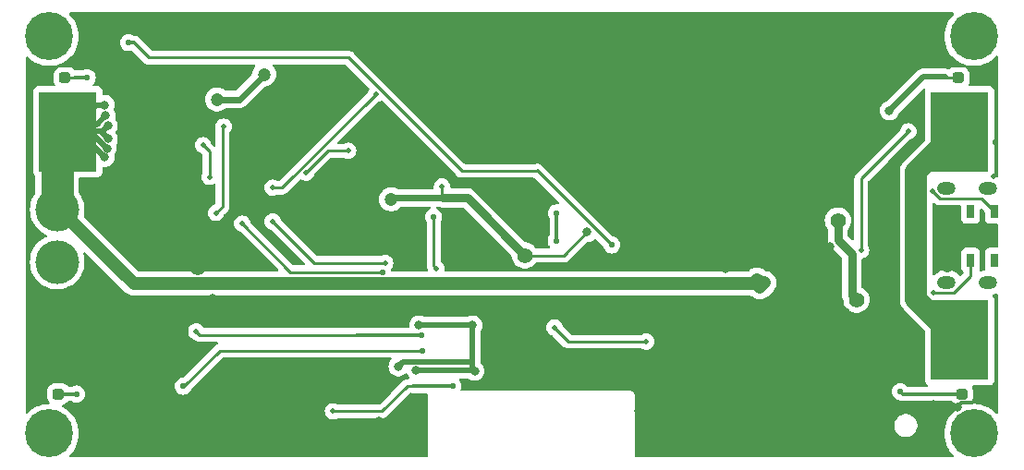
<source format=gbr>
%TF.GenerationSoftware,KiCad,Pcbnew,8.0.1*%
%TF.CreationDate,2024-05-01T11:44:26+08:00*%
%TF.ProjectId,bat_rf,6261745f-7266-42e6-9b69-6361645f7063,rev?*%
%TF.SameCoordinates,Original*%
%TF.FileFunction,Copper,L1,Top*%
%TF.FilePolarity,Positive*%
%FSLAX46Y46*%
G04 Gerber Fmt 4.6, Leading zero omitted, Abs format (unit mm)*
G04 Created by KiCad (PCBNEW 8.0.1) date 2024-05-01 11:44:26*
%MOMM*%
%LPD*%
G01*
G04 APERTURE LIST*
G04 Aperture macros list*
%AMRoundRect*
0 Rectangle with rounded corners*
0 $1 Rounding radius*
0 $2 $3 $4 $5 $6 $7 $8 $9 X,Y pos of 4 corners*
0 Add a 4 corners polygon primitive as box body*
4,1,4,$2,$3,$4,$5,$6,$7,$8,$9,$2,$3,0*
0 Add four circle primitives for the rounded corners*
1,1,$1+$1,$2,$3*
1,1,$1+$1,$4,$5*
1,1,$1+$1,$6,$7*
1,1,$1+$1,$8,$9*
0 Add four rect primitives between the rounded corners*
20,1,$1+$1,$2,$3,$4,$5,0*
20,1,$1+$1,$4,$5,$6,$7,0*
20,1,$1+$1,$6,$7,$8,$9,0*
20,1,$1+$1,$8,$9,$2,$3,0*%
G04 Aperture macros list end*
%TA.AperFunction,SMDPad,CuDef*%
%ADD10RoundRect,0.237500X-0.287500X-0.237500X0.287500X-0.237500X0.287500X0.237500X-0.287500X0.237500X0*%
%TD*%
%TA.AperFunction,SMDPad,CuDef*%
%ADD11RoundRect,0.237500X0.287500X0.237500X-0.287500X0.237500X-0.287500X-0.237500X0.287500X-0.237500X0*%
%TD*%
%TA.AperFunction,ComponentPad*%
%ADD12C,4.400000*%
%TD*%
%TA.AperFunction,ComponentPad*%
%ADD13C,4.000000*%
%TD*%
%TA.AperFunction,SMDPad,CuDef*%
%ADD14R,0.700000X1.300000*%
%TD*%
%TA.AperFunction,SMDPad,CuDef*%
%ADD15R,5.320000X7.350000*%
%TD*%
%TA.AperFunction,ComponentPad*%
%ADD16O,1.700000X1.200000*%
%TD*%
%TA.AperFunction,ViaPad*%
%ADD17C,0.500000*%
%TD*%
%TA.AperFunction,ViaPad*%
%ADD18C,1.200000*%
%TD*%
%TA.AperFunction,ViaPad*%
%ADD19C,0.800000*%
%TD*%
%TA.AperFunction,ViaPad*%
%ADD20C,0.550000*%
%TD*%
%TA.AperFunction,ViaPad*%
%ADD21C,1.400000*%
%TD*%
%TA.AperFunction,Conductor*%
%ADD22C,0.250000*%
%TD*%
%TA.AperFunction,Conductor*%
%ADD23C,0.300000*%
%TD*%
%TA.AperFunction,Conductor*%
%ADD24C,0.600000*%
%TD*%
%TA.AperFunction,Conductor*%
%ADD25C,1.200000*%
%TD*%
%TA.AperFunction,Conductor*%
%ADD26C,0.500000*%
%TD*%
%TA.AperFunction,Conductor*%
%ADD27C,3.000000*%
%TD*%
%TA.AperFunction,Conductor*%
%ADD28C,2.200000*%
%TD*%
%TA.AperFunction,Conductor*%
%ADD29C,2.000000*%
%TD*%
%TA.AperFunction,Conductor*%
%ADD30C,2.500000*%
%TD*%
%TA.AperFunction,Conductor*%
%ADD31C,0.800000*%
%TD*%
G04 APERTURE END LIST*
D10*
%TO.P,D13,1,K*%
%TO.N,GNDPWR*%
X66725000Y-75000000D03*
%TO.P,D13,2,A*%
%TO.N,Net-(D13-A)*%
X68475000Y-75000000D03*
%TD*%
D11*
%TO.P,D4,1,K*%
%TO.N,GNDPWR*%
X152375000Y-104000000D03*
%TO.P,D4,2,A*%
%TO.N,Net-(D4-A)*%
X150625000Y-104000000D03*
%TD*%
D10*
%TO.P,D3,1,K*%
%TO.N,GNDPWR*%
X66125000Y-104000000D03*
%TO.P,D3,2,A*%
%TO.N,Net-(D3-A)*%
X67875000Y-104000000D03*
%TD*%
D11*
%TO.P,D2,1,K*%
%TO.N,GNDPWR*%
X152075000Y-75000000D03*
%TO.P,D2,2,A*%
%TO.N,Net-(D2-A)*%
X150325000Y-75000000D03*
%TD*%
D12*
%TO.P,H3,1*%
%TO.N,N/C*%
X67025000Y-107625000D03*
%TD*%
D13*
%TO.P,J2,1,Pin_1*%
%TO.N,Net-(J2-Pin_1)*%
X67750000Y-91900000D03*
%TO.P,J2,2,Pin_2*%
%TO.N,+BATT*%
X67750000Y-87100000D03*
%TD*%
D14*
%TO.P,SW2,1,1*%
%TO.N,Net-(D7-C)*%
X153575000Y-87250000D03*
%TO.P,SW2,2,2*%
%TO.N,unconnected-(SW2-Pad2)*%
X153575000Y-91750000D03*
%TO.P,SW2,3,3*%
%TO.N,unconnected-(SW2-Pad3)*%
X151425000Y-87250000D03*
%TO.P,SW2,4,4*%
%TO.N,GNDD*%
X151425000Y-91750000D03*
%TD*%
D15*
%TO.P,BT1,1,+*%
%TO.N,+BATT*%
X68715000Y-79950000D03*
%TO.P,BT1,2,-*%
%TO.N,Net-(BT1-+-Pad3)*%
X150425000Y-79950000D03*
%TO.P,BT1,3,+*%
X150425000Y-99050000D03*
%TO.P,BT1,4,-*%
%TO.N,GNDPWR*%
X68715000Y-99050000D03*
%TD*%
D12*
%TO.P,H4,1*%
%TO.N,N/C*%
X67025000Y-71225000D03*
%TD*%
%TO.P,H1,1*%
%TO.N,N/C*%
X151725000Y-71225000D03*
%TD*%
%TO.P,H2,1*%
%TO.N,N/C*%
X151725000Y-107625000D03*
%TD*%
D16*
%TO.P,J1,13*%
%TO.N,N/C*%
X149236500Y-85155000D03*
%TO.P,J1,14*%
X149236500Y-93795000D03*
%TO.P,J1,15*%
X153036500Y-85155000D03*
%TO.P,J1,16*%
X153036500Y-93795000D03*
%TD*%
D17*
%TO.N,Net-(Q1-G)*%
X81700000Y-84100000D03*
X81100000Y-81200000D03*
%TO.N,+3V3*%
X90564337Y-83701837D03*
X94400000Y-81700000D03*
%TO.N,GNDD*%
X82300000Y-87400000D03*
X83000000Y-79500000D03*
D18*
X86700000Y-74700000D03*
X82400000Y-77000000D03*
D17*
%TO.N,Net-(D7-C)*%
X96953000Y-76500000D03*
%TO.N,/KEY*%
X97800000Y-92000000D03*
%TO.N,/POWER_EN*%
X84700000Y-88400000D03*
%TO.N,/KEY*%
X87500000Y-88200000D03*
%TO.N,Net-(D7-C)*%
X87500000Y-85100000D03*
D19*
%TO.N,+BATT*%
X72400000Y-80600000D03*
D20*
X131875000Y-93500000D03*
D19*
X72100000Y-82300000D03*
X72300000Y-81500000D03*
X72100000Y-77500000D03*
D20*
X132137162Y-94237838D03*
X132543750Y-93831250D03*
D19*
X72200000Y-78500000D03*
X72400000Y-79400000D03*
%TO.N,GNDPWR*%
X129000000Y-92500000D03*
D20*
X153675841Y-80900000D03*
X68469998Y-99025000D03*
D19*
X78212500Y-76800000D03*
X137832500Y-92332500D03*
X97500000Y-108900000D03*
X150207430Y-105207431D03*
D18*
X144000000Y-84100000D03*
D19*
X82000000Y-96500000D03*
X79500000Y-108500000D03*
X138500000Y-90500000D03*
X111100000Y-74800000D03*
X140182069Y-107090725D03*
X65399847Y-98100153D03*
X65269998Y-75600000D03*
X144000000Y-73000000D03*
X97200000Y-106500000D03*
X74300000Y-87600000D03*
X79631455Y-79731455D03*
X82000000Y-95200000D03*
X77900000Y-78200000D03*
X148000000Y-105000000D03*
D21*
X80600000Y-92400000D03*
D18*
X144800000Y-96500000D03*
D19*
X124500000Y-72000000D03*
X80100000Y-77200000D03*
X82000000Y-97500000D03*
X74200000Y-85700000D03*
X79500000Y-106500000D03*
X121373250Y-107600000D03*
X124500000Y-70000000D03*
X144000000Y-71000000D03*
X102000000Y-70500000D03*
X84500000Y-70000000D03*
X102500000Y-72000000D03*
X140000000Y-96500000D03*
X137500000Y-93500000D03*
D18*
X149256500Y-92225000D03*
D19*
X130500000Y-89500000D03*
X131500000Y-98700000D03*
X77829373Y-79129373D03*
X85500000Y-106000000D03*
X121000000Y-105600000D03*
X140500000Y-109000000D03*
D20*
X85000000Y-72000000D03*
D19*
X73200000Y-84400000D03*
X137500000Y-95000000D03*
%TO.N,GNDD*%
X100650584Y-101831498D03*
X99000000Y-101500000D03*
D17*
X103000000Y-85000000D03*
D19*
X105800000Y-97700000D03*
X100900000Y-97700000D03*
D17*
X148000000Y-94700000D03*
X113295500Y-97900000D03*
D21*
X110600000Y-91300000D03*
D17*
X121700000Y-99200000D03*
D19*
X106000000Y-101900000D03*
D18*
X98353426Y-86161574D03*
D19*
X116304504Y-89165165D03*
D20*
%TO.N,+3V3*%
X113500000Y-87400000D03*
X113458058Y-89941942D03*
D21*
%TO.N,Net-(U2-LX)*%
X140974500Y-95362500D03*
X139275000Y-88100000D03*
D19*
%TO.N,Net-(D2-A)*%
X144000000Y-78025000D03*
D20*
%TO.N,Net-(D13-A)*%
X70500000Y-75000000D03*
%TO.N,/POWER_EN*%
X97556250Y-92825000D03*
D17*
%TO.N,Net-(U2-LED)*%
X145725000Y-79937500D03*
X141400000Y-90800000D03*
D20*
%TO.N,/IO9*%
X102242015Y-87757985D03*
D17*
X102485500Y-92500000D03*
D20*
%TO.N,/GREEN*%
X79300000Y-103300000D03*
X101174265Y-100025735D03*
%TO.N,Net-(D3-A)*%
X69500000Y-104000000D03*
%TO.N,Net-(D4-A)*%
X145000000Y-103800000D03*
%TO.N,/BLUE*%
X118550000Y-90350000D03*
X74300000Y-71800000D03*
%TO.N,/BEEP*%
X104000000Y-103278772D03*
D17*
X93012500Y-105600000D03*
%TO.N,/BAT_EN*%
X80500000Y-98270000D03*
D20*
X101100000Y-98600000D03*
D17*
%TO.N,Net-(D7-C)*%
X147906500Y-85383148D03*
%TD*%
D22*
%TO.N,Net-(D13-A)*%
X69800000Y-75000000D02*
X68475000Y-75000000D01*
D23*
X69800000Y-75000000D02*
X69375000Y-75000000D01*
X70500000Y-75000000D02*
X69800000Y-75000000D01*
D22*
%TO.N,Net-(D2-A)*%
X147025000Y-75000000D02*
X150325000Y-75000000D01*
X144000000Y-78025000D02*
X147025000Y-75000000D01*
%TO.N,Net-(Q1-G)*%
X81700000Y-81800000D02*
X81700000Y-84100000D01*
X81100000Y-81200000D02*
X81700000Y-81800000D01*
%TO.N,+3V3*%
X94400000Y-81700000D02*
X92566174Y-81700000D01*
X92566174Y-81700000D02*
X90564337Y-83701837D01*
D24*
%TO.N,GNDD*%
X103100000Y-86015000D02*
X98500000Y-86015000D01*
X98500000Y-86015000D02*
X98353426Y-86161574D01*
X84400000Y-77000000D02*
X82400000Y-77000000D01*
X86700000Y-74700000D02*
X84400000Y-77000000D01*
D22*
X82900000Y-86800000D02*
X82300000Y-87400000D01*
X83000000Y-79500000D02*
X82900000Y-79600000D01*
X82900000Y-79600000D02*
X82900000Y-86800000D01*
X114169669Y-91300000D02*
X110600000Y-91300000D01*
X116304504Y-89165165D02*
X114169669Y-91300000D01*
D23*
%TO.N,/BLUE*%
X74300000Y-71800000D02*
X74800000Y-71800000D01*
X74800000Y-71800000D02*
X76150000Y-73150000D01*
D22*
X94416173Y-73150000D02*
X76150000Y-73150000D01*
X111750000Y-83550000D02*
X104816173Y-83550000D01*
D23*
X118550000Y-90350000D02*
X111750000Y-83550000D01*
D22*
X104816173Y-83550000D02*
X94416173Y-73150000D01*
%TO.N,Net-(D7-C)*%
X87500000Y-85100000D02*
X88353000Y-85100000D01*
X88353000Y-85100000D02*
X96953000Y-76500000D01*
%TO.N,/KEY*%
X91300000Y-92000000D02*
X87500000Y-88200000D01*
X97800000Y-92000000D02*
X91300000Y-92000000D01*
%TO.N,/POWER_EN*%
X89125000Y-92825000D02*
X84700000Y-88400000D01*
X97556250Y-92825000D02*
X89125000Y-92825000D01*
D25*
%TO.N,+BATT*%
X132275000Y-93900000D02*
X74750000Y-93900000D01*
X132543750Y-93831250D02*
X132375000Y-94000000D01*
D26*
X68575000Y-79925000D02*
X68469998Y-79925000D01*
D27*
X67750000Y-80915000D02*
X68715000Y-79950000D01*
D25*
X74750000Y-93900000D02*
X67825000Y-86975000D01*
D26*
X72300000Y-81500000D02*
X70725000Y-79925000D01*
D28*
X68000000Y-87000000D02*
X68000000Y-80394998D01*
D26*
X72100000Y-82300000D02*
X69725000Y-79925000D01*
X72200000Y-78500000D02*
X71400000Y-79300000D01*
X71400000Y-79300000D02*
X69200000Y-79300000D01*
D29*
X67825000Y-86975000D02*
X67825000Y-80570000D01*
D25*
X132375000Y-94000000D02*
X132275000Y-93900000D01*
D28*
X68000000Y-80394998D02*
X68469998Y-79925000D01*
D29*
X67825000Y-80570000D02*
X68470000Y-79925000D01*
D26*
X72100000Y-77500000D02*
X71350000Y-77500000D01*
X68925000Y-79925000D02*
X68470000Y-79925000D01*
X71350000Y-77500000D02*
X68925000Y-79925000D01*
X71725000Y-79925000D02*
X68470000Y-79925000D01*
D27*
X67750000Y-87100000D02*
X67750000Y-80915000D01*
D26*
X71875000Y-79925000D02*
X68469998Y-79925000D01*
D25*
X132543750Y-93831250D02*
X132137162Y-94237838D01*
D26*
X69200000Y-79300000D02*
X68575000Y-79925000D01*
X72400000Y-80600000D02*
X71725000Y-79925000D01*
D30*
X67825000Y-86975000D02*
X67825000Y-80840000D01*
D25*
X132375000Y-94000000D02*
X131875000Y-93500000D01*
D26*
X69725000Y-79925000D02*
X68470000Y-79925000D01*
D30*
X67825000Y-80840000D02*
X68715000Y-79950000D01*
D26*
X72400000Y-79400000D02*
X71875000Y-79925000D01*
X70725000Y-79925000D02*
X68470000Y-79925000D01*
D23*
%TO.N,GNDPWR*%
X152375000Y-104000000D02*
X151550000Y-104825000D01*
D26*
X68470000Y-99025000D02*
X68470000Y-98030000D01*
X68470000Y-99025000D02*
X70025000Y-99025000D01*
D23*
X150589861Y-104825000D02*
X150207430Y-105207431D01*
D26*
X68470000Y-99025000D02*
X70709582Y-99025000D01*
D23*
X66125000Y-104000000D02*
X66125000Y-103875000D01*
X151550000Y-104825000D02*
X150589861Y-104825000D01*
D26*
X153524998Y-84075002D02*
X153525000Y-84075000D01*
D22*
%TO.N,GNDD*%
X103000000Y-85000000D02*
X103000000Y-85915000D01*
D26*
X105600000Y-101100000D02*
X99400000Y-101100000D01*
D22*
X151425000Y-91750000D02*
X151425000Y-93164648D01*
D26*
X99400000Y-101100000D02*
X99000000Y-101500000D01*
D31*
X105315000Y-86015000D02*
X103100000Y-86015000D01*
D22*
X121700000Y-99200000D02*
X114595500Y-99200000D01*
D26*
X105931498Y-101831498D02*
X100650584Y-101831498D01*
D22*
X148020000Y-94720000D02*
X148000000Y-94700000D01*
D26*
X105800000Y-97700000D02*
X105800000Y-101700000D01*
D22*
X114595500Y-99200000D02*
X113295500Y-97900000D01*
X103000000Y-85915000D02*
X103100000Y-86015000D01*
D26*
X100900000Y-97700000D02*
X105800000Y-97700000D01*
D22*
X149869648Y-94720000D02*
X148020000Y-94720000D01*
D23*
X105800000Y-97700000D02*
X104600000Y-97700000D01*
D26*
X105800000Y-100900000D02*
X105600000Y-101100000D01*
X106000000Y-101900000D02*
X105931498Y-101831498D01*
D22*
X151425000Y-93164648D02*
X149869648Y-94720000D01*
X102900000Y-85100000D02*
X103000000Y-85000000D01*
D31*
X110600000Y-91300000D02*
X105315000Y-86015000D01*
D26*
X105800000Y-101700000D02*
X106000000Y-101900000D01*
D23*
%TO.N,+3V3*%
X113500000Y-89900000D02*
X113458058Y-89941942D01*
X113500000Y-87400000D02*
X113500000Y-89900000D01*
D31*
%TO.N,Net-(U2-LX)*%
X140550000Y-91135786D02*
X140550000Y-94938000D01*
X139275000Y-88100000D02*
X139275000Y-89860786D01*
X139275000Y-89860786D02*
X140550000Y-91135786D01*
X140550000Y-94938000D02*
X140974500Y-95362500D01*
D26*
%TO.N,Net-(D2-A)*%
X147100000Y-74925000D02*
X144000000Y-78025000D01*
X149087500Y-74925000D02*
X147100000Y-74925000D01*
D22*
%TO.N,Net-(U2-LED)*%
X141400000Y-90800000D02*
X141400000Y-84262500D01*
X141400000Y-84262500D02*
X145725000Y-79937500D01*
%TO.N,/IO9*%
X102242015Y-87757985D02*
X102242015Y-92256515D01*
X102242015Y-92256515D02*
X102485500Y-92500000D01*
%TO.N,/GREEN*%
X79400000Y-103300000D02*
X82674265Y-100025735D01*
X79300000Y-103300000D02*
X79400000Y-103300000D01*
X82674265Y-100025735D02*
X101174265Y-100025735D01*
D23*
%TO.N,Net-(D3-A)*%
X67875000Y-104000000D02*
X69500000Y-104000000D01*
%TO.N,Net-(D4-A)*%
X145200000Y-104000000D02*
X145000000Y-103800000D01*
X150625000Y-104000000D02*
X145200000Y-104000000D01*
D22*
%TO.N,/BEEP*%
X97500000Y-105600000D02*
X99821228Y-103278772D01*
D23*
X104000000Y-103278772D02*
X102478772Y-103278772D01*
X104000000Y-103278772D02*
X100328732Y-103278772D01*
D22*
X99821228Y-103278772D02*
X104000000Y-103278772D01*
X97500000Y-105600000D02*
X93012500Y-105600000D01*
D23*
%TO.N,/BAT_EN*%
X96100000Y-98600000D02*
X101100000Y-98600000D01*
X95195002Y-98600000D02*
X96100000Y-98600000D01*
D22*
X96100000Y-98600000D02*
X80830000Y-98600000D01*
X80830000Y-98600000D02*
X80500000Y-98270000D01*
D30*
%TO.N,Net-(J2-Pin_1)*%
X67750000Y-91250000D02*
X67750000Y-91840000D01*
D29*
%TO.N,Net-(BT1-+-Pad3)*%
X150180000Y-99025000D02*
X146456500Y-95301500D01*
X146456500Y-95301500D02*
X146456500Y-83648500D01*
X146456500Y-83648500D02*
X150180000Y-79925000D01*
D22*
%TO.N,Net-(D7-C)*%
X148603352Y-86080000D02*
X152405000Y-86080000D01*
X147906500Y-85383148D02*
X148603352Y-86080000D01*
X152405000Y-86080000D02*
X153575000Y-87250000D01*
%TD*%
%TA.AperFunction,Conductor*%
%TO.N,GNDPWR*%
G36*
X149873092Y-69045185D02*
G01*
X149918847Y-69097989D01*
X149928791Y-69167147D01*
X149899766Y-69230703D01*
X149893734Y-69237181D01*
X149699954Y-69430960D01*
X149498473Y-69688131D01*
X149329454Y-69967723D01*
X149329453Y-69967725D01*
X149280752Y-70075933D01*
X149202171Y-70250536D01*
X149195372Y-70265642D01*
X149195366Y-70265657D01*
X149098178Y-70577547D01*
X149039289Y-70898900D01*
X149019564Y-71225000D01*
X149039289Y-71551099D01*
X149098178Y-71872452D01*
X149195366Y-72184342D01*
X149195370Y-72184354D01*
X149195373Y-72184361D01*
X149329455Y-72482279D01*
X149492064Y-72751267D01*
X149498473Y-72761868D01*
X149699954Y-73019039D01*
X149930960Y-73250045D01*
X150188131Y-73451526D01*
X150188134Y-73451528D01*
X150188137Y-73451530D01*
X150467721Y-73620545D01*
X150765639Y-73754627D01*
X150765652Y-73754631D01*
X150765657Y-73754633D01*
X150949175Y-73811819D01*
X151077547Y-73851821D01*
X151398896Y-73910710D01*
X151725000Y-73930436D01*
X152051104Y-73910710D01*
X152372453Y-73851821D01*
X152684361Y-73754627D01*
X152982279Y-73620545D01*
X153261863Y-73451530D01*
X153519036Y-73250048D01*
X153580139Y-73188945D01*
X153738660Y-73030425D01*
X153799983Y-72996940D01*
X153869675Y-73001924D01*
X153925608Y-73043796D01*
X153950025Y-73109260D01*
X153950341Y-73118106D01*
X153950341Y-84055774D01*
X153930656Y-84122813D01*
X153877852Y-84168568D01*
X153808694Y-84178512D01*
X153770047Y-84166259D01*
X153708950Y-84135129D01*
X153708947Y-84135128D01*
X153708945Y-84135127D01*
X153567569Y-84089190D01*
X153509895Y-84049754D01*
X153482697Y-83985396D01*
X153494612Y-83916549D01*
X153506620Y-83896953D01*
X153528796Y-83867331D01*
X153579091Y-83732483D01*
X153585500Y-83672873D01*
X153585499Y-76227128D01*
X153579091Y-76167517D01*
X153578949Y-76167137D01*
X153528797Y-76032671D01*
X153528793Y-76032664D01*
X153442547Y-75917455D01*
X153442544Y-75917452D01*
X153327335Y-75831206D01*
X153327328Y-75831202D01*
X153192482Y-75780908D01*
X153192483Y-75780908D01*
X153132883Y-75774501D01*
X153132881Y-75774500D01*
X153132873Y-75774500D01*
X153132865Y-75774500D01*
X151370545Y-75774500D01*
X151303506Y-75754815D01*
X151257751Y-75702011D01*
X151247807Y-75632853D01*
X151265006Y-75585404D01*
X151285904Y-75551522D01*
X151285908Y-75551516D01*
X151340174Y-75387753D01*
X151350500Y-75286677D01*
X151350499Y-74713324D01*
X151349347Y-74702051D01*
X151340174Y-74612247D01*
X151307427Y-74513424D01*
X151285908Y-74448484D01*
X151195340Y-74301650D01*
X151073350Y-74179660D01*
X150926516Y-74089092D01*
X150762753Y-74034826D01*
X150762751Y-74034825D01*
X150661678Y-74024500D01*
X149988330Y-74024500D01*
X149988312Y-74024501D01*
X149887247Y-74034825D01*
X149723484Y-74089092D01*
X149723481Y-74089093D01*
X149576648Y-74179661D01*
X149539337Y-74216971D01*
X149478013Y-74250455D01*
X149408322Y-74245469D01*
X149404220Y-74243854D01*
X149306413Y-74203342D01*
X149306407Y-74203340D01*
X149161420Y-74174500D01*
X149161418Y-74174500D01*
X147026082Y-74174500D01*
X147026080Y-74174500D01*
X146881092Y-74203340D01*
X146881086Y-74203342D01*
X146744508Y-74259914D01*
X146744496Y-74259921D01*
X146695269Y-74292813D01*
X146621588Y-74342044D01*
X146621580Y-74342050D01*
X143847228Y-77116402D01*
X143785905Y-77149887D01*
X143785329Y-77150011D01*
X143720196Y-77163856D01*
X143720192Y-77163857D01*
X143547270Y-77240848D01*
X143547265Y-77240851D01*
X143394129Y-77352111D01*
X143267466Y-77492785D01*
X143172821Y-77656715D01*
X143172818Y-77656722D01*
X143126102Y-77800500D01*
X143114326Y-77836744D01*
X143094540Y-78025000D01*
X143114326Y-78213256D01*
X143114327Y-78213259D01*
X143172818Y-78393277D01*
X143172821Y-78393284D01*
X143267467Y-78557216D01*
X143385456Y-78688256D01*
X143394129Y-78697888D01*
X143547265Y-78809148D01*
X143547270Y-78809151D01*
X143720192Y-78886142D01*
X143720197Y-78886144D01*
X143905354Y-78925500D01*
X143905355Y-78925500D01*
X144094644Y-78925500D01*
X144094646Y-78925500D01*
X144279803Y-78886144D01*
X144452730Y-78809151D01*
X144605871Y-78697888D01*
X144732533Y-78557216D01*
X144827179Y-78393284D01*
X144882522Y-78222956D01*
X144912768Y-78173598D01*
X147077266Y-76009100D01*
X147138588Y-75975617D01*
X147208280Y-75980601D01*
X147264213Y-76022473D01*
X147288630Y-76087937D01*
X147281129Y-76140114D01*
X147270908Y-76167517D01*
X147267470Y-76199500D01*
X147264501Y-76227123D01*
X147264500Y-76227135D01*
X147264500Y-80667110D01*
X147244815Y-80734149D01*
X147228181Y-80754791D01*
X145311984Y-82670988D01*
X145173157Y-82862065D01*
X145130091Y-82946588D01*
X145065934Y-83072503D01*
X144992946Y-83297131D01*
X144956000Y-83530402D01*
X144956000Y-95419597D01*
X144992946Y-95652868D01*
X145065933Y-95877496D01*
X145173157Y-96087934D01*
X145311984Y-96279011D01*
X147228181Y-98195208D01*
X147261666Y-98256531D01*
X147264500Y-98282889D01*
X147264500Y-102772870D01*
X147264501Y-102772876D01*
X147270908Y-102832483D01*
X147321202Y-102967328D01*
X147321206Y-102967335D01*
X147364001Y-103024501D01*
X147407454Y-103082546D01*
X147465813Y-103126234D01*
X147507684Y-103182167D01*
X147512668Y-103251859D01*
X147479183Y-103313182D01*
X147417859Y-103346666D01*
X147391502Y-103349500D01*
X145697585Y-103349500D01*
X145630546Y-103329815D01*
X145609904Y-103313181D01*
X145486576Y-103189853D01*
X145385512Y-103126351D01*
X145338606Y-103096878D01*
X145338605Y-103096877D01*
X145338604Y-103096877D01*
X145173658Y-103039159D01*
X145173648Y-103039157D01*
X145000004Y-103019593D01*
X144999996Y-103019593D01*
X144826351Y-103039157D01*
X144826341Y-103039159D01*
X144661395Y-103096877D01*
X144513423Y-103189853D01*
X144389853Y-103313423D01*
X144296877Y-103461395D01*
X144239159Y-103626341D01*
X144239157Y-103626351D01*
X144219593Y-103799996D01*
X144219593Y-103800003D01*
X144239157Y-103973648D01*
X144239159Y-103973658D01*
X144277397Y-104082934D01*
X144296878Y-104138606D01*
X144389853Y-104286576D01*
X144513424Y-104410147D01*
X144661394Y-104503122D01*
X144799700Y-104551518D01*
X144826343Y-104560841D01*
X144848723Y-104563363D01*
X144885914Y-104574928D01*
X144886244Y-104574133D01*
X144891871Y-104576463D01*
X144891873Y-104576465D01*
X145010256Y-104625501D01*
X145010260Y-104625501D01*
X145010261Y-104625502D01*
X145135928Y-104650500D01*
X145135931Y-104650500D01*
X149656792Y-104650500D01*
X149723831Y-104670185D01*
X149749415Y-104693380D01*
X149749553Y-104693243D01*
X149752352Y-104696042D01*
X149754055Y-104697586D01*
X149754655Y-104698345D01*
X149754660Y-104698350D01*
X149876650Y-104820340D01*
X150023484Y-104910908D01*
X150187247Y-104965174D01*
X150288323Y-104975500D01*
X150454335Y-104975499D01*
X150521373Y-104995183D01*
X150567128Y-105047987D01*
X150577072Y-105117145D01*
X150548047Y-105180701D01*
X150505227Y-105212574D01*
X150467728Y-105229451D01*
X150467723Y-105229454D01*
X150188131Y-105398473D01*
X149930960Y-105599954D01*
X149699954Y-105830960D01*
X149498473Y-106088131D01*
X149329454Y-106367723D01*
X149329453Y-106367725D01*
X149195372Y-106665642D01*
X149195366Y-106665657D01*
X149098178Y-106977547D01*
X149039289Y-107298900D01*
X149019564Y-107625000D01*
X149039289Y-107951097D01*
X149098178Y-108272452D01*
X149195366Y-108584342D01*
X149195370Y-108584354D01*
X149195373Y-108584361D01*
X149329455Y-108882279D01*
X149486118Y-109141431D01*
X149498473Y-109161868D01*
X149699954Y-109419039D01*
X149893818Y-109612903D01*
X149927303Y-109674226D01*
X149922319Y-109743918D01*
X149880447Y-109799851D01*
X149814983Y-109824268D01*
X149806143Y-109824584D01*
X120774559Y-109826095D01*
X120707519Y-109806414D01*
X120661761Y-109753612D01*
X120650553Y-109702312D01*
X120650543Y-109696874D01*
X120645830Y-107003469D01*
X144449500Y-107003469D01*
X144489868Y-107206412D01*
X144489870Y-107206420D01*
X144569058Y-107397596D01*
X144684024Y-107569657D01*
X144830342Y-107715975D01*
X144830345Y-107715977D01*
X145002402Y-107830941D01*
X145193580Y-107910130D01*
X145396530Y-107950499D01*
X145396534Y-107950500D01*
X145396535Y-107950500D01*
X145603466Y-107950500D01*
X145603467Y-107950499D01*
X145806420Y-107910130D01*
X145997598Y-107830941D01*
X146169655Y-107715977D01*
X146315977Y-107569655D01*
X146430941Y-107397598D01*
X146510130Y-107206420D01*
X146550500Y-107003465D01*
X146550500Y-106796535D01*
X146510130Y-106593580D01*
X146430941Y-106402402D01*
X146315977Y-106230345D01*
X146315975Y-106230342D01*
X146169657Y-106084024D01*
X146083626Y-106026541D01*
X145997598Y-105969059D01*
X145806420Y-105889870D01*
X145806412Y-105889868D01*
X145603469Y-105849500D01*
X145603465Y-105849500D01*
X145396535Y-105849500D01*
X145396530Y-105849500D01*
X145193587Y-105889868D01*
X145193579Y-105889870D01*
X145002403Y-105969058D01*
X144830342Y-106084024D01*
X144684024Y-106230342D01*
X144569058Y-106402403D01*
X144489870Y-106593579D01*
X144489868Y-106593587D01*
X144449500Y-106796530D01*
X144449500Y-107003469D01*
X120645830Y-107003469D01*
X120640720Y-104082934D01*
X120640716Y-104037243D01*
X120640714Y-104037238D01*
X120640640Y-104036668D01*
X120628690Y-103992382D01*
X120628637Y-103992187D01*
X120623670Y-103973658D01*
X120616819Y-103948102D01*
X120616817Y-103948099D01*
X120616817Y-103948097D01*
X120616599Y-103947575D01*
X120616598Y-103947568D01*
X120593470Y-103907671D01*
X120570665Y-103868183D01*
X120570664Y-103868182D01*
X120570663Y-103868180D01*
X120570568Y-103868056D01*
X120570449Y-103867902D01*
X120570316Y-103867729D01*
X120570314Y-103867727D01*
X120570313Y-103867725D01*
X120538001Y-103835526D01*
X120537906Y-103835430D01*
X120505404Y-103802935D01*
X120505203Y-103802781D01*
X120504950Y-103802587D01*
X120504942Y-103802582D01*
X120465339Y-103779809D01*
X120465366Y-103779761D01*
X120465162Y-103779707D01*
X120425467Y-103756794D01*
X120425289Y-103756721D01*
X120425100Y-103756643D01*
X120424946Y-103756579D01*
X120380754Y-103744821D01*
X120380576Y-103744712D01*
X120380561Y-103744769D01*
X120336315Y-103732919D01*
X120336090Y-103732890D01*
X120335955Y-103732873D01*
X120335758Y-103732847D01*
X120335752Y-103732847D01*
X120289714Y-103732927D01*
X120289513Y-103732927D01*
X104836848Y-103734688D01*
X104769806Y-103715011D01*
X104724046Y-103662212D01*
X104714094Y-103593055D01*
X104719789Y-103569744D01*
X104760841Y-103452429D01*
X104765104Y-103414596D01*
X104780407Y-103278775D01*
X104780407Y-103278768D01*
X104760842Y-103105123D01*
X104760841Y-103105121D01*
X104760841Y-103105115D01*
X104703122Y-102940166D01*
X104610147Y-102792196D01*
X104610146Y-102792195D01*
X104605806Y-102786753D01*
X104607228Y-102785618D01*
X104578145Y-102732356D01*
X104583129Y-102662664D01*
X104625001Y-102606731D01*
X104690465Y-102582314D01*
X104699311Y-102581998D01*
X105366378Y-102581998D01*
X105433417Y-102601683D01*
X105439263Y-102605680D01*
X105547265Y-102684148D01*
X105547270Y-102684151D01*
X105720192Y-102761142D01*
X105720197Y-102761144D01*
X105905354Y-102800500D01*
X105905355Y-102800500D01*
X106094644Y-102800500D01*
X106094646Y-102800500D01*
X106279803Y-102761144D01*
X106452730Y-102684151D01*
X106605871Y-102572888D01*
X106732533Y-102432216D01*
X106827179Y-102268284D01*
X106885674Y-102088256D01*
X106905460Y-101900000D01*
X106885674Y-101711744D01*
X106827179Y-101531716D01*
X106732533Y-101367784D01*
X106605871Y-101227112D01*
X106601610Y-101224016D01*
X106558947Y-101168684D01*
X106550500Y-101123701D01*
X106550500Y-98234321D01*
X106567113Y-98172321D01*
X106627179Y-98068284D01*
X106681857Y-97900002D01*
X112540251Y-97900002D01*
X112559185Y-98068056D01*
X112615045Y-98227694D01*
X112615047Y-98227697D01*
X112705018Y-98370884D01*
X112705023Y-98370890D01*
X112824609Y-98490476D01*
X112824615Y-98490481D01*
X112967802Y-98580452D01*
X112967807Y-98580455D01*
X112967810Y-98580456D01*
X113127441Y-98636313D01*
X113127444Y-98636313D01*
X113131156Y-98637612D01*
X113177883Y-98666973D01*
X114196763Y-99685855D01*
X114196767Y-99685858D01*
X114299210Y-99754309D01*
X114299211Y-99754309D01*
X114299215Y-99754312D01*
X114365896Y-99781931D01*
X114365898Y-99781933D01*
X114413043Y-99801461D01*
X114413048Y-99801463D01*
X114433097Y-99805451D01*
X114466696Y-99812134D01*
X114533892Y-99825501D01*
X114533894Y-99825501D01*
X114663221Y-99825501D01*
X114663241Y-99825500D01*
X121249124Y-99825500D01*
X121315095Y-99844505D01*
X121372310Y-99880456D01*
X121493621Y-99922904D01*
X121531943Y-99936314D01*
X121699997Y-99955249D01*
X121700000Y-99955249D01*
X121700003Y-99955249D01*
X121868056Y-99936314D01*
X121868059Y-99936313D01*
X122027690Y-99880456D01*
X122027692Y-99880454D01*
X122027694Y-99880454D01*
X122027697Y-99880452D01*
X122170884Y-99790481D01*
X122170885Y-99790480D01*
X122170890Y-99790477D01*
X122290477Y-99670890D01*
X122318054Y-99627002D01*
X122380452Y-99527697D01*
X122380454Y-99527694D01*
X122380454Y-99527692D01*
X122380456Y-99527690D01*
X122436313Y-99368059D01*
X122436313Y-99368058D01*
X122436314Y-99368056D01*
X122455249Y-99200002D01*
X122455249Y-99199997D01*
X122436314Y-99031943D01*
X122380454Y-98872305D01*
X122380452Y-98872302D01*
X122290481Y-98729115D01*
X122290476Y-98729109D01*
X122170890Y-98609523D01*
X122170884Y-98609518D01*
X122027697Y-98519547D01*
X122027694Y-98519545D01*
X121868056Y-98463685D01*
X121700003Y-98444751D01*
X121699997Y-98444751D01*
X121531943Y-98463685D01*
X121372307Y-98519545D01*
X121315096Y-98555494D01*
X121249124Y-98574500D01*
X114905953Y-98574500D01*
X114838914Y-98554815D01*
X114818272Y-98538181D01*
X114062473Y-97782383D01*
X114033112Y-97735656D01*
X114031813Y-97731943D01*
X114031813Y-97731941D01*
X113975956Y-97572310D01*
X113975955Y-97572307D01*
X113975952Y-97572302D01*
X113885981Y-97429115D01*
X113885976Y-97429109D01*
X113766390Y-97309523D01*
X113766384Y-97309518D01*
X113623197Y-97219547D01*
X113623194Y-97219545D01*
X113463556Y-97163685D01*
X113295503Y-97144751D01*
X113295497Y-97144751D01*
X113127443Y-97163685D01*
X112967805Y-97219545D01*
X112967802Y-97219547D01*
X112824615Y-97309518D01*
X112824609Y-97309523D01*
X112705023Y-97429109D01*
X112705018Y-97429115D01*
X112615047Y-97572302D01*
X112615045Y-97572305D01*
X112559185Y-97731943D01*
X112540251Y-97899997D01*
X112540251Y-97900002D01*
X106681857Y-97900002D01*
X106685674Y-97888256D01*
X106705460Y-97700000D01*
X106685674Y-97511744D01*
X106627179Y-97331716D01*
X106532533Y-97167784D01*
X106405871Y-97027112D01*
X106405870Y-97027111D01*
X106252734Y-96915851D01*
X106252729Y-96915848D01*
X106079807Y-96838857D01*
X106079802Y-96838855D01*
X105934001Y-96807865D01*
X105894646Y-96799500D01*
X105705354Y-96799500D01*
X105672897Y-96806398D01*
X105520197Y-96838855D01*
X105520192Y-96838857D01*
X105347270Y-96915848D01*
X105347265Y-96915851D01*
X105333548Y-96925818D01*
X105267742Y-96949298D01*
X105260663Y-96949500D01*
X101439337Y-96949500D01*
X101372298Y-96929815D01*
X101366452Y-96925818D01*
X101352734Y-96915851D01*
X101352729Y-96915848D01*
X101179807Y-96838857D01*
X101179802Y-96838855D01*
X101034001Y-96807865D01*
X100994646Y-96799500D01*
X100805354Y-96799500D01*
X100772897Y-96806398D01*
X100620197Y-96838855D01*
X100620192Y-96838857D01*
X100447270Y-96915848D01*
X100447265Y-96915851D01*
X100294129Y-97027111D01*
X100167466Y-97167785D01*
X100072821Y-97331715D01*
X100072818Y-97331722D01*
X100014327Y-97511740D01*
X100014326Y-97511744D01*
X99994540Y-97700000D01*
X100006368Y-97812541D01*
X99993800Y-97881268D01*
X99946068Y-97932292D01*
X99883048Y-97949500D01*
X95130931Y-97949500D01*
X95017232Y-97972117D01*
X94993040Y-97974500D01*
X81269214Y-97974500D01*
X81202175Y-97954815D01*
X81164222Y-97916474D01*
X81090477Y-97799110D01*
X80970890Y-97679523D01*
X80970884Y-97679518D01*
X80827697Y-97589547D01*
X80827694Y-97589545D01*
X80668056Y-97533685D01*
X80500003Y-97514751D01*
X80499997Y-97514751D01*
X80331943Y-97533685D01*
X80172305Y-97589545D01*
X80172302Y-97589547D01*
X80029115Y-97679518D01*
X80029109Y-97679523D01*
X79909523Y-97799109D01*
X79909518Y-97799115D01*
X79819547Y-97942302D01*
X79819545Y-97942305D01*
X79763685Y-98101943D01*
X79744751Y-98269997D01*
X79744751Y-98270002D01*
X79763685Y-98438056D01*
X79819545Y-98597694D01*
X79819547Y-98597697D01*
X79909518Y-98740884D01*
X79909523Y-98740890D01*
X80029109Y-98860476D01*
X80029115Y-98860481D01*
X80172302Y-98950452D01*
X80172307Y-98950455D01*
X80172310Y-98950456D01*
X80331941Y-99006313D01*
X80331943Y-99006313D01*
X80335655Y-99007612D01*
X80382382Y-99036973D01*
X80431268Y-99085859D01*
X80499256Y-99131286D01*
X80533714Y-99154311D01*
X80647548Y-99201463D01*
X80768388Y-99225499D01*
X80768392Y-99225500D01*
X80768393Y-99225500D01*
X80768394Y-99225500D01*
X82348301Y-99225500D01*
X82415340Y-99245185D01*
X82461095Y-99297989D01*
X82471039Y-99367147D01*
X82442014Y-99430703D01*
X82395755Y-99464060D01*
X82390565Y-99466209D01*
X82377978Y-99471423D01*
X82367822Y-99478210D01*
X82367714Y-99478282D01*
X82275533Y-99539875D01*
X82231970Y-99583438D01*
X82188407Y-99627002D01*
X82188404Y-99627005D01*
X79325966Y-102489442D01*
X79264643Y-102522927D01*
X79252169Y-102524981D01*
X79126346Y-102539157D01*
X78961395Y-102596877D01*
X78813423Y-102689853D01*
X78689853Y-102813423D01*
X78596877Y-102961395D01*
X78539159Y-103126341D01*
X78539157Y-103126351D01*
X78519593Y-103299996D01*
X78519593Y-103300003D01*
X78539157Y-103473648D01*
X78539159Y-103473658D01*
X78596877Y-103638604D01*
X78596878Y-103638606D01*
X78689853Y-103786576D01*
X78813424Y-103910147D01*
X78961394Y-104003122D01*
X79126343Y-104060841D01*
X79126349Y-104060841D01*
X79126351Y-104060842D01*
X79299996Y-104080407D01*
X79300000Y-104080407D01*
X79300004Y-104080407D01*
X79473648Y-104060842D01*
X79473647Y-104060842D01*
X79473657Y-104060841D01*
X79638606Y-104003122D01*
X79786576Y-103910147D01*
X79910147Y-103786576D01*
X80003122Y-103638606D01*
X80024530Y-103577424D01*
X80053888Y-103530700D01*
X82897036Y-100687554D01*
X82958359Y-100654069D01*
X82984717Y-100651235D01*
X98273981Y-100651235D01*
X98341020Y-100670920D01*
X98386775Y-100723724D01*
X98396719Y-100792882D01*
X98367694Y-100856438D01*
X98366131Y-100858207D01*
X98267466Y-100967785D01*
X98172821Y-101131715D01*
X98172818Y-101131722D01*
X98114327Y-101311740D01*
X98114326Y-101311744D01*
X98094540Y-101500000D01*
X98114326Y-101688256D01*
X98114327Y-101688259D01*
X98172818Y-101868277D01*
X98172821Y-101868284D01*
X98267467Y-102032216D01*
X98384349Y-102162026D01*
X98394129Y-102172888D01*
X98547265Y-102284148D01*
X98547270Y-102284151D01*
X98720192Y-102361142D01*
X98720197Y-102361144D01*
X98905354Y-102400500D01*
X98905355Y-102400500D01*
X99094644Y-102400500D01*
X99094646Y-102400500D01*
X99279803Y-102361144D01*
X99452730Y-102284151D01*
X99605871Y-102172888D01*
X99615651Y-102162025D01*
X99675137Y-102125377D01*
X99744994Y-102126707D01*
X99803043Y-102165594D01*
X99821077Y-102194554D01*
X99823404Y-102199780D01*
X99823405Y-102199782D01*
X99918051Y-102363714D01*
X99979729Y-102432214D01*
X99992412Y-102446300D01*
X100022642Y-102509291D01*
X100014017Y-102578627D01*
X99969275Y-102632292D01*
X99902623Y-102653250D01*
X99900262Y-102653272D01*
X99759617Y-102653272D01*
X99699199Y-102665290D01*
X99638776Y-102677309D01*
X99638774Y-102677309D01*
X99638773Y-102677310D01*
X99638771Y-102677310D01*
X99614645Y-102687304D01*
X99524946Y-102724457D01*
X99524942Y-102724459D01*
X99493172Y-102745689D01*
X99493170Y-102745690D01*
X99422496Y-102792912D01*
X99382927Y-102832482D01*
X99335370Y-102880039D01*
X99335367Y-102880042D01*
X98305263Y-103910147D01*
X97277229Y-104938181D01*
X97215906Y-104971666D01*
X97189548Y-104974500D01*
X93463376Y-104974500D01*
X93397404Y-104955494D01*
X93340192Y-104919545D01*
X93340191Y-104919544D01*
X93340190Y-104919544D01*
X93285005Y-104900234D01*
X93180556Y-104863685D01*
X93012503Y-104844751D01*
X93012497Y-104844751D01*
X92844443Y-104863685D01*
X92684805Y-104919545D01*
X92684802Y-104919547D01*
X92541615Y-105009518D01*
X92541609Y-105009523D01*
X92422023Y-105129109D01*
X92422018Y-105129115D01*
X92332047Y-105272302D01*
X92332045Y-105272305D01*
X92276185Y-105431943D01*
X92257251Y-105599997D01*
X92257251Y-105600002D01*
X92276185Y-105768056D01*
X92332045Y-105927694D01*
X92332047Y-105927697D01*
X92422018Y-106070884D01*
X92422023Y-106070890D01*
X92541609Y-106190476D01*
X92541615Y-106190481D01*
X92684802Y-106280452D01*
X92684805Y-106280454D01*
X92684809Y-106280455D01*
X92684810Y-106280456D01*
X92757413Y-106305860D01*
X92844443Y-106336314D01*
X93012497Y-106355249D01*
X93012500Y-106355249D01*
X93012503Y-106355249D01*
X93180556Y-106336314D01*
X93180559Y-106336313D01*
X93340190Y-106280456D01*
X93397404Y-106244505D01*
X93463376Y-106225500D01*
X97561607Y-106225500D01*
X97622029Y-106213481D01*
X97682452Y-106201463D01*
X97682455Y-106201461D01*
X97682458Y-106201461D01*
X97715787Y-106187654D01*
X97715786Y-106187654D01*
X97715792Y-106187652D01*
X97796286Y-106154312D01*
X97847509Y-106120084D01*
X97898733Y-106085858D01*
X97985858Y-105998733D01*
X97985859Y-105998731D01*
X97992925Y-105991665D01*
X97992927Y-105991661D01*
X100043186Y-103941403D01*
X100104507Y-103907920D01*
X100155055Y-103907469D01*
X100237701Y-103923908D01*
X100264662Y-103929272D01*
X100264663Y-103929272D01*
X101601425Y-103929272D01*
X101668464Y-103948957D01*
X101714219Y-104001761D01*
X101725425Y-104053260D01*
X101725428Y-104084665D01*
X101725428Y-104084994D01*
X101711069Y-109696874D01*
X101691213Y-109763863D01*
X101638292Y-109809483D01*
X101587083Y-109820557D01*
X68944234Y-109824226D01*
X68877192Y-109804549D01*
X68831431Y-109751750D01*
X68821480Y-109682593D01*
X68850498Y-109619034D01*
X68856539Y-109612545D01*
X69050045Y-109419039D01*
X69050048Y-109419036D01*
X69251530Y-109161863D01*
X69420545Y-108882279D01*
X69554627Y-108584361D01*
X69651821Y-108272453D01*
X69710710Y-107951104D01*
X69710710Y-107951101D01*
X69710711Y-107951097D01*
X69717979Y-107830941D01*
X69730436Y-107625000D01*
X69710710Y-107298896D01*
X69651821Y-106977547D01*
X69595416Y-106796535D01*
X69554633Y-106665657D01*
X69554631Y-106665652D01*
X69554627Y-106665639D01*
X69420545Y-106367721D01*
X69251530Y-106088137D01*
X69251528Y-106088134D01*
X69251526Y-106088131D01*
X69050045Y-105830960D01*
X68819039Y-105599954D01*
X68561868Y-105398473D01*
X68554306Y-105393901D01*
X68282279Y-105229455D01*
X68282275Y-105229453D01*
X68282274Y-105229452D01*
X68230404Y-105206108D01*
X68177349Y-105160643D01*
X68157297Y-105093713D01*
X68176613Y-105026566D01*
X68229165Y-104980522D01*
X68268691Y-104969674D01*
X68312753Y-104965174D01*
X68476516Y-104910908D01*
X68623350Y-104820340D01*
X68745340Y-104698350D01*
X68745341Y-104698347D01*
X68745344Y-104698345D01*
X68745945Y-104697586D01*
X68746489Y-104697200D01*
X68750447Y-104693243D01*
X68751123Y-104693919D01*
X68802968Y-104657211D01*
X68843208Y-104650500D01*
X69041922Y-104650500D01*
X69107894Y-104669506D01*
X69161394Y-104703122D01*
X69326343Y-104760841D01*
X69326349Y-104760841D01*
X69326351Y-104760842D01*
X69499996Y-104780407D01*
X69500000Y-104780407D01*
X69500004Y-104780407D01*
X69673648Y-104760842D01*
X69673647Y-104760842D01*
X69673657Y-104760841D01*
X69838606Y-104703122D01*
X69986576Y-104610147D01*
X70110147Y-104486576D01*
X70203122Y-104338606D01*
X70260841Y-104173657D01*
X70276020Y-104038941D01*
X70280407Y-104000003D01*
X70280407Y-103999996D01*
X70260842Y-103826351D01*
X70260841Y-103826349D01*
X70260841Y-103826343D01*
X70203122Y-103661394D01*
X70110147Y-103513424D01*
X69986576Y-103389853D01*
X69838606Y-103296878D01*
X69838605Y-103296877D01*
X69838604Y-103296877D01*
X69673658Y-103239159D01*
X69673648Y-103239157D01*
X69500004Y-103219593D01*
X69499996Y-103219593D01*
X69326351Y-103239157D01*
X69326341Y-103239159D01*
X69161395Y-103296877D01*
X69161391Y-103296879D01*
X69107894Y-103330494D01*
X69041922Y-103349500D01*
X68843208Y-103349500D01*
X68776169Y-103329815D01*
X68750584Y-103306619D01*
X68750447Y-103306757D01*
X68747647Y-103303957D01*
X68745945Y-103302414D01*
X68745344Y-103301654D01*
X68623351Y-103179661D01*
X68623350Y-103179660D01*
X68532129Y-103123395D01*
X68476518Y-103089093D01*
X68476513Y-103089091D01*
X68475069Y-103088612D01*
X68312753Y-103034826D01*
X68312751Y-103034825D01*
X68211678Y-103024500D01*
X67538330Y-103024500D01*
X67538312Y-103024501D01*
X67437247Y-103034825D01*
X67273484Y-103089092D01*
X67273481Y-103089093D01*
X67126648Y-103179661D01*
X67004661Y-103301648D01*
X66914093Y-103448481D01*
X66914091Y-103448486D01*
X66905753Y-103473648D01*
X66859826Y-103612247D01*
X66859826Y-103612248D01*
X66859825Y-103612248D01*
X66849500Y-103713315D01*
X66849500Y-104286669D01*
X66849501Y-104286687D01*
X66859825Y-104387752D01*
X66892573Y-104486576D01*
X66914092Y-104551516D01*
X67003236Y-104696042D01*
X67004661Y-104698351D01*
X67019596Y-104713286D01*
X67053081Y-104774609D01*
X67048097Y-104844301D01*
X67006225Y-104900234D01*
X66940761Y-104924651D01*
X66939402Y-104924741D01*
X66698900Y-104939289D01*
X66377547Y-104998178D01*
X66065657Y-105095366D01*
X66065641Y-105095372D01*
X66065639Y-105095373D01*
X65920615Y-105160643D01*
X65767725Y-105229453D01*
X65767723Y-105229454D01*
X65488131Y-105398473D01*
X65230960Y-105599954D01*
X65082179Y-105748736D01*
X65020856Y-105782221D01*
X64951164Y-105777237D01*
X64895231Y-105735365D01*
X64870814Y-105669901D01*
X64870498Y-105661055D01*
X64870498Y-91900005D01*
X65244556Y-91900005D01*
X65264310Y-92214004D01*
X65264311Y-92214011D01*
X65286808Y-92331943D01*
X65318866Y-92500000D01*
X65323270Y-92523083D01*
X65420497Y-92822316D01*
X65420499Y-92822321D01*
X65554461Y-93107003D01*
X65554464Y-93107009D01*
X65723051Y-93372661D01*
X65723054Y-93372665D01*
X65923606Y-93615090D01*
X65923608Y-93615092D01*
X66152968Y-93830476D01*
X66152978Y-93830484D01*
X66407504Y-94015408D01*
X66407509Y-94015410D01*
X66407516Y-94015416D01*
X66683234Y-94166994D01*
X66683239Y-94166996D01*
X66683241Y-94166997D01*
X66683242Y-94166998D01*
X66975771Y-94282818D01*
X66975774Y-94282819D01*
X67280523Y-94361065D01*
X67280527Y-94361066D01*
X67346010Y-94369338D01*
X67592670Y-94400499D01*
X67592679Y-94400499D01*
X67592682Y-94400500D01*
X67592684Y-94400500D01*
X67907316Y-94400500D01*
X67907318Y-94400500D01*
X67907321Y-94400499D01*
X67907329Y-94400499D01*
X68093593Y-94376968D01*
X68219473Y-94361066D01*
X68524225Y-94282819D01*
X68527319Y-94281594D01*
X68816757Y-94166998D01*
X68816758Y-94166997D01*
X68816756Y-94166997D01*
X68816766Y-94166994D01*
X69092484Y-94015416D01*
X69347030Y-93830478D01*
X69576390Y-93615094D01*
X69776947Y-93372663D01*
X69945537Y-93107007D01*
X70079503Y-92822315D01*
X70176731Y-92523079D01*
X70235688Y-92214015D01*
X70235689Y-92214004D01*
X70255444Y-91900005D01*
X70255444Y-91899994D01*
X70235689Y-91585995D01*
X70235688Y-91585988D01*
X70235688Y-91585985D01*
X70176731Y-91276921D01*
X70146774Y-91184725D01*
X70144780Y-91114888D01*
X70180860Y-91055055D01*
X70243561Y-91024226D01*
X70312975Y-91032190D01*
X70352387Y-91058729D01*
X74033072Y-94739414D01*
X74173212Y-94841232D01*
X74327555Y-94919873D01*
X74492299Y-94973402D01*
X74663389Y-95000500D01*
X74836611Y-95000500D01*
X131292120Y-95000500D01*
X131359159Y-95020185D01*
X131379801Y-95036819D01*
X131420234Y-95077252D01*
X131560374Y-95179070D01*
X131714717Y-95257711D01*
X131879461Y-95311240D01*
X132050551Y-95338338D01*
X132050552Y-95338338D01*
X132223772Y-95338338D01*
X132223773Y-95338338D01*
X132394863Y-95311240D01*
X132559607Y-95257711D01*
X132713950Y-95179070D01*
X132854090Y-95077252D01*
X133383164Y-94548178D01*
X133387391Y-94542361D01*
X133409500Y-94511930D01*
X133417181Y-94501358D01*
X133417182Y-94501356D01*
X133484982Y-94408038D01*
X133563623Y-94253696D01*
X133571463Y-94229566D01*
X133581016Y-94200165D01*
X133581016Y-94200162D01*
X133617153Y-94088950D01*
X133640017Y-93944587D01*
X133644250Y-93917864D01*
X133644250Y-93744634D01*
X133630701Y-93659094D01*
X133617153Y-93573549D01*
X133563623Y-93408804D01*
X133563621Y-93408801D01*
X133563621Y-93408799D01*
X133520554Y-93324278D01*
X133484982Y-93254462D01*
X133484980Y-93254459D01*
X133484979Y-93254457D01*
X133383170Y-93114327D01*
X133260672Y-92991829D01*
X133120542Y-92890020D01*
X132966200Y-92811378D01*
X132920921Y-92796666D01*
X132801451Y-92757847D01*
X132799532Y-92757543D01*
X132707856Y-92743023D01*
X132644722Y-92713094D01*
X132639573Y-92708231D01*
X132591930Y-92660588D01*
X132591928Y-92660586D01*
X132451788Y-92558768D01*
X132297445Y-92480127D01*
X132132701Y-92426598D01*
X132132699Y-92426597D01*
X132132698Y-92426597D01*
X132001271Y-92405781D01*
X131961611Y-92399500D01*
X131788389Y-92399500D01*
X131748728Y-92405781D01*
X131617302Y-92426597D01*
X131551831Y-92447870D01*
X131480990Y-92470888D01*
X131452552Y-92480128D01*
X131298211Y-92558768D01*
X131158073Y-92660585D01*
X131055476Y-92763182D01*
X130994153Y-92796666D01*
X130967795Y-92799500D01*
X103345760Y-92799500D01*
X103278721Y-92779815D01*
X103232966Y-92727011D01*
X103222540Y-92661617D01*
X103240749Y-92500003D01*
X103240749Y-92499997D01*
X103221814Y-92331943D01*
X103175470Y-92199500D01*
X103165956Y-92172310D01*
X103165955Y-92172309D01*
X103165954Y-92172305D01*
X103165952Y-92172302D01*
X103075981Y-92029115D01*
X103075976Y-92029109D01*
X102956391Y-91909524D01*
X102956385Y-91909519D01*
X102925541Y-91890138D01*
X102879251Y-91837803D01*
X102867515Y-91785146D01*
X102867515Y-88255850D01*
X102886521Y-88189878D01*
X102916394Y-88142335D01*
X102945137Y-88096591D01*
X103002856Y-87931642D01*
X103009702Y-87870884D01*
X103022422Y-87757988D01*
X103022422Y-87757981D01*
X103002857Y-87584336D01*
X103002856Y-87584334D01*
X103002856Y-87584328D01*
X102945137Y-87419379D01*
X102852162Y-87271409D01*
X102728591Y-87147838D01*
X102580621Y-87054863D01*
X102580619Y-87054862D01*
X102580617Y-87054861D01*
X102574350Y-87051843D01*
X102575509Y-87049434D01*
X102528646Y-87015827D01*
X102502894Y-86950876D01*
X102516345Y-86882314D01*
X102564728Y-86831907D01*
X102626371Y-86815500D01*
X102654793Y-86815500D01*
X102702245Y-86824939D01*
X102837334Y-86880894D01*
X102837336Y-86880894D01*
X102837341Y-86880896D01*
X103011304Y-86915499D01*
X103011307Y-86915500D01*
X103011309Y-86915500D01*
X104890638Y-86915500D01*
X104957677Y-86935185D01*
X104978319Y-86951819D01*
X109369627Y-91343126D01*
X109403112Y-91404449D01*
X109405417Y-91419365D01*
X109414885Y-91521535D01*
X109414885Y-91521537D01*
X109475769Y-91735523D01*
X109475775Y-91735538D01*
X109574938Y-91934683D01*
X109574943Y-91934691D01*
X109709020Y-92112238D01*
X109873437Y-92262123D01*
X109873439Y-92262125D01*
X110062595Y-92379245D01*
X110062596Y-92379245D01*
X110062599Y-92379247D01*
X110270060Y-92459618D01*
X110488757Y-92500500D01*
X110488759Y-92500500D01*
X110711241Y-92500500D01*
X110711243Y-92500500D01*
X110929940Y-92459618D01*
X111137401Y-92379247D01*
X111326562Y-92262124D01*
X111490981Y-92112236D01*
X111594788Y-91974772D01*
X111650897Y-91933137D01*
X111693742Y-91925500D01*
X114231277Y-91925500D01*
X114231277Y-91925499D01*
X114311599Y-91909523D01*
X114311600Y-91909523D01*
X114325229Y-91906811D01*
X114352121Y-91901463D01*
X114352126Y-91901460D01*
X114352129Y-91901460D01*
X114385456Y-91887654D01*
X114385455Y-91887654D01*
X114385461Y-91887652D01*
X114465955Y-91854312D01*
X114520975Y-91817548D01*
X114568402Y-91785858D01*
X114655527Y-91698733D01*
X114655527Y-91698731D01*
X114665735Y-91688524D01*
X114665736Y-91688521D01*
X116252276Y-90101984D01*
X116313599Y-90068499D01*
X116339957Y-90065665D01*
X116399148Y-90065665D01*
X116399150Y-90065665D01*
X116584307Y-90026309D01*
X116757234Y-89949316D01*
X116910375Y-89838053D01*
X116921363Y-89825850D01*
X116980849Y-89789201D01*
X117050706Y-89790530D01*
X117101195Y-89821140D01*
X117761313Y-90481258D01*
X117790673Y-90527984D01*
X117838726Y-90665311D01*
X117846878Y-90688606D01*
X117939853Y-90836576D01*
X118063424Y-90960147D01*
X118211394Y-91053122D01*
X118376343Y-91110841D01*
X118376349Y-91110841D01*
X118376351Y-91110842D01*
X118549996Y-91130407D01*
X118550000Y-91130407D01*
X118550004Y-91130407D01*
X118723648Y-91110842D01*
X118723647Y-91110842D01*
X118723657Y-91110841D01*
X118888606Y-91053122D01*
X119036576Y-90960147D01*
X119160147Y-90836576D01*
X119253122Y-90688606D01*
X119310841Y-90523657D01*
X119320850Y-90434822D01*
X119330407Y-90350003D01*
X119330407Y-90349996D01*
X119310842Y-90176351D01*
X119310841Y-90176349D01*
X119310841Y-90176343D01*
X119253122Y-90011394D01*
X119160147Y-89863424D01*
X119036576Y-89739853D01*
X118888606Y-89646878D01*
X118888605Y-89646877D01*
X118888604Y-89646877D01*
X118727984Y-89590673D01*
X118681258Y-89561313D01*
X117219945Y-88100000D01*
X138069357Y-88100000D01*
X138089884Y-88321535D01*
X138089885Y-88321537D01*
X138150769Y-88535523D01*
X138150775Y-88535538D01*
X138249938Y-88734683D01*
X138249943Y-88734691D01*
X138292071Y-88790477D01*
X138349454Y-88866464D01*
X138374146Y-88931824D01*
X138374500Y-88941190D01*
X138374500Y-89949482D01*
X138409103Y-90123445D01*
X138409104Y-90123449D01*
X138409105Y-90123452D01*
X138431014Y-90176343D01*
X138476984Y-90287328D01*
X138476985Y-90287330D01*
X138536063Y-90375746D01*
X138575537Y-90434824D01*
X138575540Y-90434827D01*
X139613181Y-91472466D01*
X139646666Y-91533789D01*
X139649500Y-91560147D01*
X139649500Y-95026696D01*
X139684103Y-95200658D01*
X139684105Y-95200666D01*
X139711796Y-95267517D01*
X139711796Y-95267518D01*
X139751984Y-95364542D01*
X139751986Y-95364545D01*
X139751987Y-95364547D01*
X139754321Y-95368041D01*
X139774694Y-95425495D01*
X139789384Y-95584035D01*
X139789385Y-95584037D01*
X139850269Y-95798023D01*
X139850275Y-95798038D01*
X139949438Y-95997183D01*
X139949443Y-95997191D01*
X140083520Y-96174738D01*
X140247937Y-96324623D01*
X140247939Y-96324625D01*
X140437095Y-96441745D01*
X140437096Y-96441745D01*
X140437099Y-96441747D01*
X140644560Y-96522118D01*
X140863257Y-96563000D01*
X140863259Y-96563000D01*
X141085741Y-96563000D01*
X141085743Y-96563000D01*
X141304440Y-96522118D01*
X141511901Y-96441747D01*
X141701062Y-96324624D01*
X141865481Y-96174736D01*
X141999558Y-95997189D01*
X142098729Y-95798028D01*
X142159615Y-95584036D01*
X142180143Y-95362500D01*
X142176865Y-95327129D01*
X142159615Y-95140964D01*
X142159614Y-95140962D01*
X142157254Y-95132669D01*
X142098729Y-94926972D01*
X142098724Y-94926961D01*
X141999561Y-94727816D01*
X141999556Y-94727808D01*
X141865479Y-94550261D01*
X141701063Y-94400377D01*
X141701062Y-94400376D01*
X141511901Y-94283253D01*
X141511902Y-94283253D01*
X141509222Y-94281594D01*
X141462587Y-94229566D01*
X141450500Y-94176167D01*
X141450500Y-91660372D01*
X141470185Y-91593333D01*
X141522989Y-91547578D01*
X141560615Y-91537151D01*
X141568059Y-91536313D01*
X141727690Y-91480456D01*
X141727693Y-91480453D01*
X141727697Y-91480452D01*
X141870884Y-91390481D01*
X141870885Y-91390480D01*
X141870890Y-91390477D01*
X141990477Y-91270890D01*
X141995004Y-91263685D01*
X142080452Y-91127697D01*
X142080454Y-91127694D01*
X142080454Y-91127692D01*
X142080456Y-91127690D01*
X142136313Y-90968059D01*
X142136313Y-90968058D01*
X142136314Y-90968056D01*
X142155249Y-90800002D01*
X142155249Y-90799997D01*
X142136314Y-90631943D01*
X142118302Y-90580469D01*
X142080456Y-90472310D01*
X142052940Y-90428518D01*
X142044506Y-90415095D01*
X142025500Y-90349123D01*
X142025500Y-84572952D01*
X142045185Y-84505913D01*
X142061819Y-84485271D01*
X143878813Y-82668277D01*
X145842618Y-80704471D01*
X145889343Y-80675112D01*
X145893053Y-80673813D01*
X145893059Y-80673813D01*
X146052690Y-80617956D01*
X146052692Y-80617955D01*
X146052697Y-80617952D01*
X146195884Y-80527981D01*
X146195885Y-80527980D01*
X146195890Y-80527977D01*
X146315477Y-80408390D01*
X146405452Y-80265197D01*
X146405454Y-80265194D01*
X146405454Y-80265192D01*
X146405456Y-80265190D01*
X146461313Y-80105559D01*
X146461313Y-80105558D01*
X146461314Y-80105556D01*
X146480249Y-79937502D01*
X146480249Y-79937497D01*
X146461314Y-79769443D01*
X146405454Y-79609805D01*
X146405452Y-79609802D01*
X146315481Y-79466615D01*
X146315476Y-79466609D01*
X146195890Y-79347023D01*
X146195884Y-79347018D01*
X146052697Y-79257047D01*
X146052694Y-79257045D01*
X145893056Y-79201185D01*
X145725003Y-79182251D01*
X145724997Y-79182251D01*
X145556943Y-79201185D01*
X145397305Y-79257045D01*
X145397302Y-79257047D01*
X145254115Y-79347018D01*
X145254109Y-79347023D01*
X145134523Y-79466609D01*
X145134518Y-79466615D01*
X145044547Y-79609802D01*
X145044544Y-79609808D01*
X144987388Y-79773153D01*
X144958027Y-79819880D01*
X141001269Y-83776640D01*
X140914144Y-83863764D01*
X140914138Y-83863772D01*
X140845690Y-83966208D01*
X140845688Y-83966213D01*
X140816842Y-84035855D01*
X140816842Y-84035856D01*
X140798537Y-84080047D01*
X140798535Y-84080053D01*
X140794454Y-84100569D01*
X140794455Y-84100570D01*
X140777126Y-84187694D01*
X140774500Y-84200894D01*
X140774500Y-84200897D01*
X140774500Y-89787424D01*
X140754815Y-89854463D01*
X140702011Y-89900218D01*
X140632853Y-89910162D01*
X140569297Y-89881137D01*
X140562819Y-89875105D01*
X140211819Y-89524105D01*
X140178334Y-89462782D01*
X140175500Y-89436424D01*
X140175500Y-88941190D01*
X140195185Y-88874151D01*
X140200538Y-88866473D01*
X140300058Y-88734689D01*
X140399229Y-88535528D01*
X140460115Y-88321536D01*
X140480643Y-88100000D01*
X140478076Y-88072302D01*
X140460115Y-87878464D01*
X140460114Y-87878462D01*
X140458362Y-87872305D01*
X140399229Y-87664472D01*
X140399224Y-87664461D01*
X140300061Y-87465316D01*
X140300056Y-87465308D01*
X140165979Y-87287761D01*
X140001562Y-87137876D01*
X140001560Y-87137874D01*
X139812404Y-87020754D01*
X139812398Y-87020752D01*
X139812272Y-87020703D01*
X139604940Y-86940382D01*
X139386243Y-86899500D01*
X139163757Y-86899500D01*
X138945060Y-86940382D01*
X138836470Y-86982450D01*
X138737601Y-87020752D01*
X138737595Y-87020754D01*
X138548439Y-87137874D01*
X138548437Y-87137876D01*
X138384020Y-87287761D01*
X138249943Y-87465308D01*
X138249938Y-87465316D01*
X138150775Y-87664461D01*
X138150769Y-87664476D01*
X138089885Y-87878462D01*
X138089884Y-87878464D01*
X138069357Y-88099999D01*
X138069357Y-88100000D01*
X117219945Y-88100000D01*
X112164674Y-83044727D01*
X112164673Y-83044726D01*
X112164669Y-83044723D01*
X112058127Y-82973535D01*
X111993071Y-82946588D01*
X111939744Y-82924499D01*
X111939736Y-82924497D01*
X111814073Y-82899501D01*
X111814069Y-82899501D01*
X111685931Y-82899501D01*
X111685927Y-82899501D01*
X111572231Y-82922117D01*
X111548040Y-82924500D01*
X105126625Y-82924500D01*
X105059586Y-82904815D01*
X105038944Y-82888181D01*
X94906371Y-72755608D01*
X94906351Y-72755586D01*
X94814906Y-72664141D01*
X94763682Y-72629915D01*
X94712460Y-72595689D01*
X94712461Y-72595689D01*
X94712459Y-72595688D01*
X94628329Y-72560841D01*
X94628327Y-72560840D01*
X94628326Y-72560839D01*
X94598626Y-72548537D01*
X94588600Y-72546543D01*
X94538202Y-72536518D01*
X94477783Y-72524500D01*
X94477780Y-72524500D01*
X94477779Y-72524500D01*
X76495808Y-72524500D01*
X76428769Y-72504815D01*
X76408127Y-72488181D01*
X75214674Y-71294727D01*
X75214673Y-71294726D01*
X75214669Y-71294723D01*
X75108127Y-71223535D01*
X74989744Y-71174499D01*
X74989738Y-71174497D01*
X74864071Y-71149500D01*
X74864069Y-71149500D01*
X74758078Y-71149500D01*
X74692106Y-71130494D01*
X74638608Y-71096879D01*
X74638604Y-71096877D01*
X74473658Y-71039159D01*
X74473648Y-71039157D01*
X74300004Y-71019593D01*
X74299996Y-71019593D01*
X74126351Y-71039157D01*
X74126341Y-71039159D01*
X73961395Y-71096877D01*
X73813423Y-71189853D01*
X73689853Y-71313423D01*
X73596877Y-71461395D01*
X73539159Y-71626341D01*
X73539157Y-71626351D01*
X73519593Y-71799996D01*
X73519593Y-71800003D01*
X73539157Y-71973648D01*
X73539159Y-71973657D01*
X73596878Y-72138606D01*
X73689853Y-72286576D01*
X73813424Y-72410147D01*
X73961394Y-72503122D01*
X74126343Y-72560841D01*
X74126349Y-72560841D01*
X74126351Y-72560842D01*
X74299996Y-72580407D01*
X74300000Y-72580407D01*
X74300004Y-72580407D01*
X74473652Y-72560842D01*
X74473653Y-72560841D01*
X74473657Y-72560841D01*
X74524002Y-72543223D01*
X74593780Y-72539661D01*
X74652638Y-72572584D01*
X75735324Y-73655271D01*
X75735331Y-73655277D01*
X75841871Y-73726464D01*
X75841870Y-73726464D01*
X75876544Y-73740826D01*
X75960256Y-73775501D01*
X76085926Y-73800498D01*
X76085930Y-73800499D01*
X76085931Y-73800499D01*
X76214070Y-73800499D01*
X76214070Y-73800498D01*
X76327768Y-73777882D01*
X76351959Y-73775500D01*
X85770080Y-73775500D01*
X85837119Y-73795185D01*
X85882874Y-73847989D01*
X85892818Y-73917147D01*
X85869034Y-73974227D01*
X85760327Y-74118178D01*
X85669422Y-74300739D01*
X85669417Y-74300752D01*
X85613602Y-74496918D01*
X85601659Y-74625811D01*
X85575873Y-74690749D01*
X85565869Y-74702051D01*
X84104741Y-76163181D01*
X84043418Y-76196666D01*
X84017060Y-76199500D01*
X83203459Y-76199500D01*
X83136420Y-76179815D01*
X83119927Y-76167143D01*
X83066041Y-76118019D01*
X83066038Y-76118017D01*
X83066037Y-76118016D01*
X82892642Y-76010655D01*
X82892635Y-76010651D01*
X82797546Y-75973814D01*
X82702456Y-75936976D01*
X82501976Y-75899500D01*
X82298024Y-75899500D01*
X82097544Y-75936976D01*
X82097541Y-75936976D01*
X82097541Y-75936977D01*
X81907364Y-76010651D01*
X81907357Y-76010655D01*
X81733960Y-76118017D01*
X81733958Y-76118019D01*
X81583237Y-76255418D01*
X81460327Y-76418178D01*
X81369422Y-76600739D01*
X81369417Y-76600752D01*
X81313602Y-76796917D01*
X81294785Y-76999999D01*
X81294785Y-77000000D01*
X81313602Y-77203082D01*
X81369417Y-77399247D01*
X81369422Y-77399260D01*
X81460327Y-77581821D01*
X81583237Y-77744581D01*
X81733958Y-77881980D01*
X81733960Y-77881982D01*
X81733962Y-77881983D01*
X81907363Y-77989348D01*
X82097544Y-78063024D01*
X82298024Y-78100500D01*
X82298026Y-78100500D01*
X82501974Y-78100500D01*
X82501976Y-78100500D01*
X82702456Y-78063024D01*
X82892637Y-77989348D01*
X83066041Y-77881981D01*
X83119922Y-77832861D01*
X83182724Y-77802246D01*
X83203459Y-77800500D01*
X84478844Y-77800500D01*
X84478845Y-77800499D01*
X84633497Y-77769737D01*
X84779179Y-77709394D01*
X84910289Y-77621789D01*
X86695259Y-75836819D01*
X86756582Y-75803334D01*
X86782940Y-75800500D01*
X86801974Y-75800500D01*
X86801976Y-75800500D01*
X87002456Y-75763024D01*
X87192637Y-75689348D01*
X87366041Y-75581981D01*
X87516764Y-75444579D01*
X87639673Y-75281821D01*
X87730582Y-75099250D01*
X87786397Y-74903083D01*
X87805215Y-74700000D01*
X87786397Y-74496917D01*
X87730582Y-74300750D01*
X87728654Y-74296879D01*
X87667717Y-74174500D01*
X87639673Y-74118179D01*
X87530966Y-73974227D01*
X87506274Y-73908865D01*
X87520839Y-73840531D01*
X87570037Y-73790918D01*
X87629920Y-73775500D01*
X94105721Y-73775500D01*
X94172760Y-73795185D01*
X94193402Y-73811819D01*
X96311187Y-75929604D01*
X96344672Y-75990927D01*
X96339688Y-76060619D01*
X96328500Y-76083257D01*
X96272544Y-76172309D01*
X96215388Y-76335653D01*
X96186027Y-76382380D01*
X88130229Y-84438181D01*
X88068906Y-84471666D01*
X88042548Y-84474500D01*
X87950876Y-84474500D01*
X87884904Y-84455494D01*
X87827692Y-84419545D01*
X87827691Y-84419544D01*
X87827690Y-84419544D01*
X87789370Y-84406135D01*
X87668056Y-84363685D01*
X87500003Y-84344751D01*
X87499997Y-84344751D01*
X87331943Y-84363685D01*
X87172305Y-84419545D01*
X87172302Y-84419547D01*
X87029115Y-84509518D01*
X87029109Y-84509523D01*
X86909523Y-84629109D01*
X86909518Y-84629115D01*
X86819547Y-84772302D01*
X86819545Y-84772305D01*
X86763685Y-84931943D01*
X86744751Y-85099997D01*
X86744751Y-85100002D01*
X86763685Y-85268056D01*
X86819545Y-85427694D01*
X86819547Y-85427697D01*
X86909518Y-85570884D01*
X86909523Y-85570890D01*
X87029109Y-85690476D01*
X87029115Y-85690481D01*
X87172302Y-85780452D01*
X87172305Y-85780454D01*
X87172309Y-85780455D01*
X87172310Y-85780456D01*
X87244913Y-85805860D01*
X87331943Y-85836314D01*
X87499997Y-85855249D01*
X87500000Y-85855249D01*
X87500003Y-85855249D01*
X87668056Y-85836314D01*
X87668059Y-85836313D01*
X87827690Y-85780456D01*
X87884904Y-85744505D01*
X87950876Y-85725500D01*
X88414608Y-85725500D01*
X88414608Y-85725499D01*
X88488319Y-85710838D01*
X88488320Y-85710838D01*
X88512211Y-85706085D01*
X88535452Y-85701463D01*
X88586167Y-85680456D01*
X88649286Y-85654312D01*
X88694372Y-85624186D01*
X88702512Y-85618747D01*
X88702526Y-85618737D01*
X88702561Y-85618714D01*
X88751733Y-85585858D01*
X88838858Y-85498733D01*
X88838858Y-85498731D01*
X88849066Y-85488524D01*
X88849068Y-85488521D01*
X89993941Y-84343647D01*
X90055262Y-84310164D01*
X90124954Y-84315148D01*
X90147592Y-84326336D01*
X90207033Y-84363685D01*
X90236647Y-84382293D01*
X90357958Y-84424741D01*
X90396280Y-84438151D01*
X90564334Y-84457086D01*
X90564337Y-84457086D01*
X90564340Y-84457086D01*
X90732393Y-84438151D01*
X90732619Y-84438072D01*
X90892027Y-84382293D01*
X90892029Y-84382291D01*
X90892031Y-84382291D01*
X90892034Y-84382289D01*
X91035221Y-84292318D01*
X91035222Y-84292317D01*
X91035227Y-84292314D01*
X91154814Y-84172727D01*
X91154818Y-84172721D01*
X91244789Y-84029534D01*
X91244792Y-84029529D01*
X91258929Y-83989127D01*
X91300650Y-83869896D01*
X91300650Y-83869891D01*
X91301950Y-83866178D01*
X91331309Y-83819453D01*
X92788945Y-82361819D01*
X92850268Y-82328334D01*
X92876626Y-82325500D01*
X93949124Y-82325500D01*
X94015095Y-82344505D01*
X94072310Y-82380456D01*
X94193621Y-82422904D01*
X94231943Y-82436314D01*
X94399997Y-82455249D01*
X94400000Y-82455249D01*
X94400003Y-82455249D01*
X94568056Y-82436314D01*
X94568059Y-82436313D01*
X94727690Y-82380456D01*
X94727692Y-82380454D01*
X94727694Y-82380454D01*
X94727697Y-82380452D01*
X94870884Y-82290481D01*
X94870885Y-82290480D01*
X94870890Y-82290477D01*
X94990477Y-82170890D01*
X95028453Y-82110452D01*
X95080452Y-82027697D01*
X95080454Y-82027694D01*
X95080454Y-82027692D01*
X95080456Y-82027690D01*
X95136313Y-81868059D01*
X95136313Y-81868058D01*
X95136314Y-81868056D01*
X95155249Y-81700002D01*
X95155249Y-81699997D01*
X95136314Y-81531943D01*
X95080454Y-81372305D01*
X95080452Y-81372302D01*
X94990481Y-81229115D01*
X94990476Y-81229109D01*
X94870890Y-81109523D01*
X94870884Y-81109518D01*
X94727697Y-81019547D01*
X94727694Y-81019545D01*
X94568056Y-80963685D01*
X94400003Y-80944751D01*
X94399997Y-80944751D01*
X94231943Y-80963685D01*
X94072307Y-81019545D01*
X94015096Y-81055494D01*
X93949124Y-81074500D01*
X93562453Y-81074500D01*
X93495414Y-81054815D01*
X93449659Y-81002011D01*
X93439715Y-80932853D01*
X93468740Y-80869297D01*
X93474772Y-80862819D01*
X94366707Y-79970884D01*
X97070618Y-77266971D01*
X97117343Y-77237612D01*
X97121053Y-77236313D01*
X97121059Y-77236313D01*
X97280690Y-77180456D01*
X97369745Y-77124498D01*
X97436977Y-77105499D01*
X97503812Y-77125866D01*
X97523395Y-77141812D01*
X104327189Y-83945606D01*
X104327218Y-83945637D01*
X104417434Y-84035853D01*
X104417437Y-84035855D01*
X104417440Y-84035858D01*
X104445340Y-84054500D01*
X104519887Y-84104312D01*
X104555568Y-84119091D01*
X104594274Y-84135124D01*
X104594279Y-84135125D01*
X104594283Y-84135127D01*
X104633721Y-84151463D01*
X104684715Y-84161606D01*
X104754564Y-84175499D01*
X104754565Y-84175500D01*
X104754566Y-84175500D01*
X104754567Y-84175500D01*
X111404192Y-84175500D01*
X111471231Y-84195185D01*
X111491873Y-84211819D01*
X113699815Y-86419761D01*
X113733300Y-86481084D01*
X113728316Y-86550776D01*
X113686444Y-86606709D01*
X113620980Y-86631126D01*
X113598251Y-86630662D01*
X113500004Y-86619593D01*
X113499996Y-86619593D01*
X113326351Y-86639157D01*
X113326341Y-86639159D01*
X113161395Y-86696877D01*
X113013423Y-86789853D01*
X112889853Y-86913423D01*
X112796877Y-87061395D01*
X112739159Y-87226341D01*
X112739157Y-87226351D01*
X112719593Y-87399996D01*
X112719593Y-87400003D01*
X112739157Y-87573648D01*
X112739159Y-87573658D01*
X112796877Y-87738604D01*
X112796879Y-87738608D01*
X112830494Y-87792106D01*
X112849500Y-87858078D01*
X112849500Y-89417113D01*
X112830494Y-89483084D01*
X112754936Y-89603334D01*
X112697217Y-89768283D01*
X112697215Y-89768293D01*
X112677651Y-89941938D01*
X112677651Y-89941945D01*
X112697215Y-90115590D01*
X112697217Y-90115600D01*
X112734013Y-90220754D01*
X112754936Y-90280548D01*
X112820472Y-90384848D01*
X112847911Y-90428518D01*
X112882212Y-90462819D01*
X112915697Y-90524142D01*
X112910713Y-90593834D01*
X112868841Y-90649767D01*
X112803377Y-90674184D01*
X112794531Y-90674500D01*
X111693742Y-90674500D01*
X111626703Y-90654815D01*
X111594788Y-90625227D01*
X111490979Y-90487761D01*
X111326562Y-90337876D01*
X111326560Y-90337874D01*
X111137404Y-90220754D01*
X111137398Y-90220752D01*
X110929940Y-90140382D01*
X110711243Y-90099500D01*
X110711241Y-90099500D01*
X110705608Y-90098447D01*
X110705942Y-90096657D01*
X110648729Y-90073933D01*
X110637434Y-90063935D01*
X105889041Y-85315540D01*
X105889038Y-85315537D01*
X105817980Y-85268058D01*
X105741544Y-85216985D01*
X105741542Y-85216984D01*
X105658169Y-85182451D01*
X105577666Y-85149105D01*
X105577658Y-85149103D01*
X105403696Y-85114500D01*
X105403692Y-85114500D01*
X105403691Y-85114500D01*
X103878963Y-85114500D01*
X103811924Y-85094815D01*
X103766169Y-85042011D01*
X103755743Y-85004383D01*
X103736314Y-84831944D01*
X103715447Y-84772310D01*
X103680456Y-84672310D01*
X103680455Y-84672309D01*
X103680454Y-84672305D01*
X103680452Y-84672302D01*
X103590481Y-84529115D01*
X103590476Y-84529109D01*
X103470890Y-84409523D01*
X103470884Y-84409518D01*
X103327697Y-84319547D01*
X103327694Y-84319545D01*
X103168056Y-84263685D01*
X103000003Y-84244751D01*
X102999997Y-84244751D01*
X102831943Y-84263685D01*
X102672305Y-84319545D01*
X102672302Y-84319547D01*
X102529115Y-84409518D01*
X102529109Y-84409523D01*
X102409523Y-84529109D01*
X102409518Y-84529115D01*
X102319547Y-84672302D01*
X102319545Y-84672305D01*
X102263685Y-84831943D01*
X102244751Y-84999997D01*
X102244751Y-85000003D01*
X102253383Y-85076617D01*
X102241328Y-85145439D01*
X102193979Y-85196818D01*
X102130163Y-85214500D01*
X98949619Y-85214500D01*
X98884342Y-85195927D01*
X98846068Y-85172229D01*
X98846061Y-85172225D01*
X98659630Y-85100002D01*
X98655882Y-85098550D01*
X98455402Y-85061074D01*
X98251450Y-85061074D01*
X98050970Y-85098550D01*
X98050967Y-85098550D01*
X98050967Y-85098551D01*
X97860790Y-85172225D01*
X97860783Y-85172229D01*
X97687386Y-85279591D01*
X97687384Y-85279593D01*
X97536663Y-85416992D01*
X97413753Y-85579752D01*
X97322848Y-85762313D01*
X97322843Y-85762326D01*
X97267028Y-85958491D01*
X97248211Y-86161573D01*
X97248211Y-86161574D01*
X97267028Y-86364656D01*
X97322843Y-86560821D01*
X97322848Y-86560834D01*
X97413753Y-86743395D01*
X97536663Y-86906155D01*
X97687384Y-87043554D01*
X97687386Y-87043556D01*
X97725915Y-87067412D01*
X97860789Y-87150922D01*
X98050970Y-87224598D01*
X98251450Y-87262074D01*
X98251452Y-87262074D01*
X98455400Y-87262074D01*
X98455402Y-87262074D01*
X98655882Y-87224598D01*
X98846063Y-87150922D01*
X99019467Y-87043555D01*
X99170190Y-86906153D01*
X99201439Y-86864773D01*
X99257548Y-86823137D01*
X99300393Y-86815500D01*
X101857659Y-86815500D01*
X101924698Y-86835185D01*
X101970453Y-86887989D01*
X101980397Y-86957147D01*
X101951372Y-87020703D01*
X101908656Y-87049717D01*
X101909680Y-87051843D01*
X101903412Y-87054861D01*
X101755438Y-87147838D01*
X101631868Y-87271408D01*
X101538892Y-87419380D01*
X101481174Y-87584326D01*
X101481172Y-87584336D01*
X101461608Y-87757981D01*
X101461608Y-87757988D01*
X101481172Y-87931633D01*
X101481174Y-87931643D01*
X101538892Y-88096589D01*
X101538894Y-88096593D01*
X101597509Y-88189878D01*
X101616515Y-88255850D01*
X101616515Y-92318126D01*
X101640550Y-92438959D01*
X101640555Y-92438976D01*
X101687700Y-92552796D01*
X101687704Y-92552804D01*
X101691690Y-92558768D01*
X101694642Y-92563185D01*
X101723658Y-92606611D01*
X101744535Y-92673287D01*
X101726050Y-92740667D01*
X101674071Y-92787357D01*
X101620555Y-92799500D01*
X98444598Y-92799500D01*
X98377559Y-92779815D01*
X98331804Y-92727011D01*
X98321378Y-92689384D01*
X98317092Y-92651349D01*
X98317091Y-92651347D01*
X98317091Y-92651343D01*
X98315070Y-92645569D01*
X98311508Y-92575794D01*
X98344430Y-92516936D01*
X98390477Y-92470890D01*
X98480456Y-92327690D01*
X98536313Y-92168059D01*
X98536313Y-92168058D01*
X98536314Y-92168056D01*
X98555249Y-92000002D01*
X98555249Y-91999997D01*
X98536314Y-91831943D01*
X98480454Y-91672305D01*
X98480452Y-91672302D01*
X98390481Y-91529115D01*
X98390476Y-91529109D01*
X98270890Y-91409523D01*
X98270884Y-91409518D01*
X98127697Y-91319547D01*
X98127694Y-91319545D01*
X97968056Y-91263685D01*
X97800003Y-91244751D01*
X97799997Y-91244751D01*
X97631943Y-91263685D01*
X97472307Y-91319545D01*
X97415096Y-91355494D01*
X97349124Y-91374500D01*
X91610453Y-91374500D01*
X91543414Y-91354815D01*
X91522772Y-91338181D01*
X88266973Y-88082383D01*
X88237612Y-88035656D01*
X88236313Y-88031943D01*
X88236313Y-88031941D01*
X88180456Y-87872310D01*
X88180455Y-87872307D01*
X88180452Y-87872302D01*
X88090481Y-87729115D01*
X88090476Y-87729109D01*
X87970890Y-87609523D01*
X87970884Y-87609518D01*
X87827697Y-87519547D01*
X87827694Y-87519545D01*
X87668056Y-87463685D01*
X87500003Y-87444751D01*
X87499997Y-87444751D01*
X87331943Y-87463685D01*
X87172305Y-87519545D01*
X87172302Y-87519547D01*
X87029115Y-87609518D01*
X87029109Y-87609523D01*
X86909523Y-87729109D01*
X86909518Y-87729115D01*
X86819547Y-87872302D01*
X86819545Y-87872305D01*
X86763685Y-88031943D01*
X86744751Y-88199997D01*
X86744751Y-88200002D01*
X86763685Y-88368056D01*
X86819545Y-88527694D01*
X86819547Y-88527697D01*
X86909518Y-88670884D01*
X86909523Y-88670890D01*
X87029109Y-88790476D01*
X87029115Y-88790481D01*
X87172302Y-88880452D01*
X87172307Y-88880455D01*
X87172310Y-88880456D01*
X87331941Y-88936313D01*
X87331944Y-88936313D01*
X87335656Y-88937612D01*
X87382383Y-88966973D01*
X90403228Y-91987819D01*
X90436713Y-92049142D01*
X90431729Y-92118834D01*
X90389857Y-92174767D01*
X90324393Y-92199184D01*
X90315547Y-92199500D01*
X89435452Y-92199500D01*
X89368413Y-92179815D01*
X89347771Y-92163181D01*
X85466973Y-88282383D01*
X85437612Y-88235656D01*
X85436313Y-88231943D01*
X85436313Y-88231941D01*
X85380456Y-88072310D01*
X85380455Y-88072307D01*
X85380452Y-88072302D01*
X85290481Y-87929115D01*
X85290476Y-87929109D01*
X85170890Y-87809523D01*
X85170884Y-87809518D01*
X85027697Y-87719547D01*
X85027694Y-87719545D01*
X84868056Y-87663685D01*
X84700003Y-87644751D01*
X84699997Y-87644751D01*
X84531943Y-87663685D01*
X84372305Y-87719545D01*
X84372302Y-87719547D01*
X84229115Y-87809518D01*
X84229109Y-87809523D01*
X84109523Y-87929109D01*
X84109518Y-87929115D01*
X84019547Y-88072302D01*
X84019545Y-88072305D01*
X83963685Y-88231943D01*
X83944751Y-88399997D01*
X83944751Y-88400002D01*
X83963685Y-88568056D01*
X84019545Y-88727694D01*
X84019547Y-88727697D01*
X84109518Y-88870884D01*
X84109523Y-88870890D01*
X84229109Y-88990476D01*
X84229115Y-88990481D01*
X84372302Y-89080452D01*
X84372307Y-89080455D01*
X84372310Y-89080456D01*
X84531941Y-89136313D01*
X84531944Y-89136313D01*
X84535656Y-89137612D01*
X84582383Y-89166973D01*
X88003229Y-92587819D01*
X88036714Y-92649142D01*
X88031730Y-92718834D01*
X87989858Y-92774767D01*
X87924394Y-92799184D01*
X87915548Y-92799500D01*
X75257204Y-92799500D01*
X75190165Y-92779815D01*
X75169523Y-92763181D01*
X70215576Y-87809234D01*
X70182091Y-87747911D01*
X70181453Y-87698324D01*
X70235688Y-87414015D01*
X70243306Y-87292931D01*
X70255444Y-87100005D01*
X70255444Y-87099994D01*
X70235689Y-86785995D01*
X70235688Y-86785988D01*
X70235688Y-86785985D01*
X70176731Y-86476921D01*
X70079503Y-86177685D01*
X70071921Y-86161573D01*
X69945538Y-85892996D01*
X69945537Y-85892993D01*
X69874118Y-85780454D01*
X69776948Y-85627338D01*
X69774658Y-85624186D01*
X69776092Y-85623143D01*
X69751381Y-85565476D01*
X69750500Y-85550724D01*
X69750500Y-84249499D01*
X69770185Y-84182460D01*
X69822989Y-84136705D01*
X69874500Y-84125499D01*
X71422871Y-84125499D01*
X71422872Y-84125499D01*
X71482483Y-84119091D01*
X71617331Y-84068796D01*
X71732546Y-83982546D01*
X71818796Y-83867331D01*
X71869091Y-83732483D01*
X71875500Y-83672873D01*
X71875499Y-83324498D01*
X71895183Y-83257461D01*
X71947987Y-83211706D01*
X71999499Y-83200500D01*
X72194644Y-83200500D01*
X72194646Y-83200500D01*
X72379803Y-83161144D01*
X72552730Y-83084151D01*
X72705871Y-82972888D01*
X72832533Y-82832216D01*
X72927179Y-82668284D01*
X72985674Y-82488256D01*
X73005460Y-82300000D01*
X72988857Y-82142034D01*
X73001426Y-82073308D01*
X73020031Y-82046101D01*
X73032530Y-82032220D01*
X73032531Y-82032217D01*
X73032533Y-82032216D01*
X73127179Y-81868284D01*
X73185674Y-81688256D01*
X73205460Y-81500000D01*
X73185674Y-81311744D01*
X73149366Y-81200002D01*
X80344751Y-81200002D01*
X80363685Y-81368056D01*
X80419545Y-81527694D01*
X80419547Y-81527697D01*
X80509518Y-81670884D01*
X80509523Y-81670890D01*
X80629109Y-81790476D01*
X80629115Y-81790481D01*
X80772302Y-81880452D01*
X80772307Y-81880455D01*
X80772310Y-81880456D01*
X80931941Y-81936313D01*
X80931944Y-81936313D01*
X80935656Y-81937612D01*
X80982383Y-81966973D01*
X81038181Y-82022771D01*
X81071666Y-82084094D01*
X81074500Y-82110452D01*
X81074500Y-83649123D01*
X81055494Y-83715095D01*
X81019545Y-83772307D01*
X80963685Y-83931943D01*
X80944751Y-84099997D01*
X80944751Y-84100002D01*
X80963685Y-84268056D01*
X81019545Y-84427694D01*
X81019547Y-84427697D01*
X81109518Y-84570884D01*
X81109523Y-84570890D01*
X81229109Y-84690476D01*
X81229115Y-84690481D01*
X81372302Y-84780452D01*
X81372305Y-84780454D01*
X81372309Y-84780455D01*
X81372310Y-84780456D01*
X81444913Y-84805860D01*
X81531943Y-84836314D01*
X81699997Y-84855249D01*
X81700000Y-84855249D01*
X81700003Y-84855249D01*
X81868056Y-84836314D01*
X81880545Y-84831944D01*
X82027690Y-84780456D01*
X82084527Y-84744743D01*
X82151764Y-84725742D01*
X82218599Y-84746109D01*
X82263814Y-84799377D01*
X82274500Y-84849736D01*
X82274500Y-86489546D01*
X82254815Y-86556585D01*
X82238180Y-86577228D01*
X82182379Y-86633028D01*
X82135653Y-86662388D01*
X81972308Y-86719544D01*
X81972302Y-86719547D01*
X81829115Y-86809518D01*
X81829109Y-86809523D01*
X81709523Y-86929109D01*
X81709518Y-86929115D01*
X81619547Y-87072302D01*
X81619545Y-87072305D01*
X81563685Y-87231943D01*
X81544751Y-87399997D01*
X81544751Y-87400002D01*
X81563685Y-87568056D01*
X81619545Y-87727694D01*
X81619547Y-87727697D01*
X81709518Y-87870884D01*
X81709523Y-87870890D01*
X81829109Y-87990476D01*
X81829115Y-87990481D01*
X81972302Y-88080452D01*
X81972305Y-88080454D01*
X81972309Y-88080455D01*
X81972310Y-88080456D01*
X82018427Y-88096593D01*
X82131943Y-88136314D01*
X82299997Y-88155249D01*
X82300000Y-88155249D01*
X82300003Y-88155249D01*
X82468056Y-88136314D01*
X82468059Y-88136313D01*
X82627690Y-88080456D01*
X82627692Y-88080454D01*
X82627694Y-88080454D01*
X82627697Y-88080452D01*
X82770884Y-87990481D01*
X82770885Y-87990480D01*
X82770890Y-87990477D01*
X82890477Y-87870890D01*
X82890481Y-87870884D01*
X82980452Y-87727697D01*
X82980455Y-87727692D01*
X83002575Y-87664476D01*
X83036313Y-87568059D01*
X83036313Y-87568054D01*
X83037613Y-87564341D01*
X83066972Y-87517616D01*
X83298729Y-87285860D01*
X83298733Y-87285858D01*
X83385858Y-87198733D01*
X83421567Y-87145291D01*
X83421568Y-87145290D01*
X83454309Y-87096291D01*
X83454309Y-87096289D01*
X83454312Y-87096286D01*
X83487652Y-87015792D01*
X83501463Y-86982452D01*
X83525500Y-86861606D01*
X83525500Y-80087229D01*
X83545185Y-80020190D01*
X83561819Y-79999548D01*
X83590477Y-79970890D01*
X83610312Y-79939323D01*
X83680452Y-79827697D01*
X83680454Y-79827694D01*
X83680454Y-79827692D01*
X83680456Y-79827690D01*
X83736313Y-79668059D01*
X83736313Y-79668058D01*
X83736314Y-79668056D01*
X83755249Y-79500002D01*
X83755249Y-79499997D01*
X83736314Y-79331943D01*
X83680454Y-79172305D01*
X83680452Y-79172302D01*
X83590481Y-79029115D01*
X83590476Y-79029109D01*
X83470890Y-78909523D01*
X83470884Y-78909518D01*
X83327697Y-78819547D01*
X83327694Y-78819545D01*
X83168056Y-78763685D01*
X83000003Y-78744751D01*
X82999997Y-78744751D01*
X82831943Y-78763685D01*
X82672305Y-78819545D01*
X82672302Y-78819547D01*
X82529115Y-78909518D01*
X82529109Y-78909523D01*
X82409523Y-79029109D01*
X82409518Y-79029115D01*
X82319547Y-79172302D01*
X82319545Y-79172305D01*
X82263685Y-79331943D01*
X82244751Y-79499997D01*
X82244751Y-79500002D01*
X82263685Y-79668056D01*
X82267541Y-79679073D01*
X82274500Y-79720028D01*
X82274500Y-81190548D01*
X82254815Y-81257587D01*
X82202011Y-81303342D01*
X82132853Y-81313286D01*
X82069297Y-81284261D01*
X82062819Y-81278229D01*
X81866973Y-81082383D01*
X81837612Y-81035656D01*
X81836313Y-81031943D01*
X81836313Y-81031941D01*
X81780456Y-80872310D01*
X81780455Y-80872307D01*
X81780452Y-80872302D01*
X81690481Y-80729115D01*
X81690476Y-80729109D01*
X81570890Y-80609523D01*
X81570884Y-80609518D01*
X81427697Y-80519547D01*
X81427694Y-80519545D01*
X81268056Y-80463685D01*
X81100003Y-80444751D01*
X81099997Y-80444751D01*
X80931943Y-80463685D01*
X80772305Y-80519545D01*
X80772302Y-80519547D01*
X80629115Y-80609518D01*
X80629109Y-80609523D01*
X80509523Y-80729109D01*
X80509518Y-80729115D01*
X80419547Y-80872302D01*
X80419545Y-80872305D01*
X80363685Y-81031943D01*
X80344751Y-81199997D01*
X80344751Y-81200002D01*
X73149366Y-81200002D01*
X73146270Y-81190474D01*
X73144276Y-81120634D01*
X73156813Y-81090161D01*
X73227179Y-80968284D01*
X73285674Y-80788256D01*
X73305460Y-80600000D01*
X73285674Y-80411744D01*
X73227179Y-80231716D01*
X73132533Y-80067784D01*
X73129284Y-80062156D01*
X73131929Y-80060628D01*
X73112779Y-80007421D01*
X73128417Y-79939323D01*
X73129344Y-79937879D01*
X73129284Y-79937844D01*
X73153071Y-79896642D01*
X73227179Y-79768284D01*
X73285674Y-79588256D01*
X73305460Y-79400000D01*
X73285674Y-79211744D01*
X73227179Y-79031716D01*
X73132533Y-78867784D01*
X73103137Y-78835137D01*
X73072909Y-78772148D01*
X73077357Y-78713850D01*
X73085674Y-78688256D01*
X73105460Y-78500000D01*
X73085674Y-78311744D01*
X73027179Y-78131716D01*
X72936024Y-77973830D01*
X72919551Y-77905929D01*
X72925480Y-77873512D01*
X72949203Y-77800500D01*
X72985674Y-77688256D01*
X73005460Y-77500000D01*
X72985674Y-77311744D01*
X72927179Y-77131716D01*
X72832533Y-76967784D01*
X72705871Y-76827112D01*
X72705870Y-76827111D01*
X72552734Y-76715851D01*
X72552729Y-76715848D01*
X72379807Y-76638857D01*
X72379802Y-76638855D01*
X72234001Y-76607865D01*
X72194646Y-76599500D01*
X72005354Y-76599500D01*
X71999499Y-76599500D01*
X71932460Y-76579815D01*
X71886705Y-76527011D01*
X71875499Y-76475500D01*
X71875499Y-76227129D01*
X71875498Y-76227123D01*
X71875497Y-76227116D01*
X71869091Y-76167517D01*
X71868949Y-76167137D01*
X71818797Y-76032671D01*
X71818793Y-76032664D01*
X71732547Y-75917455D01*
X71732544Y-75917452D01*
X71617335Y-75831206D01*
X71617328Y-75831202D01*
X71482482Y-75780908D01*
X71482483Y-75780908D01*
X71422883Y-75774501D01*
X71422881Y-75774500D01*
X71422873Y-75774500D01*
X71422865Y-75774500D01*
X71121585Y-75774500D01*
X71054546Y-75754815D01*
X71008791Y-75702011D01*
X70998847Y-75632853D01*
X71027872Y-75569297D01*
X71033904Y-75562819D01*
X71045210Y-75551513D01*
X71110147Y-75486576D01*
X71203122Y-75338606D01*
X71260841Y-75173657D01*
X71269223Y-75099260D01*
X71280407Y-75000003D01*
X71280407Y-74999996D01*
X71260842Y-74826351D01*
X71260841Y-74826349D01*
X71260841Y-74826343D01*
X71203122Y-74661394D01*
X71110147Y-74513424D01*
X70986576Y-74389853D01*
X70838606Y-74296878D01*
X70838605Y-74296877D01*
X70838604Y-74296877D01*
X70673658Y-74239159D01*
X70673648Y-74239157D01*
X70500004Y-74219593D01*
X70499996Y-74219593D01*
X70326351Y-74239157D01*
X70326341Y-74239159D01*
X70161395Y-74296877D01*
X70161391Y-74296879D01*
X70107894Y-74330494D01*
X70041922Y-74349500D01*
X69443208Y-74349500D01*
X69376169Y-74329815D01*
X69350584Y-74306619D01*
X69350447Y-74306757D01*
X69347647Y-74303957D01*
X69345945Y-74302414D01*
X69345344Y-74301654D01*
X69223351Y-74179661D01*
X69223350Y-74179660D01*
X69076516Y-74089092D01*
X68912753Y-74034826D01*
X68912751Y-74034825D01*
X68811678Y-74024500D01*
X68138330Y-74024500D01*
X68138312Y-74024501D01*
X68037247Y-74034825D01*
X67873484Y-74089092D01*
X67873481Y-74089093D01*
X67726648Y-74179661D01*
X67604661Y-74301648D01*
X67514093Y-74448481D01*
X67514092Y-74448484D01*
X67459826Y-74612247D01*
X67459826Y-74612248D01*
X67459825Y-74612248D01*
X67449500Y-74713315D01*
X67449500Y-75286669D01*
X67449501Y-75286687D01*
X67459825Y-75387752D01*
X67514092Y-75551515D01*
X67514095Y-75551522D01*
X67534994Y-75585404D01*
X67553434Y-75652796D01*
X67532511Y-75719459D01*
X67478869Y-75764229D01*
X67429455Y-75774500D01*
X66007129Y-75774500D01*
X66007123Y-75774501D01*
X65947516Y-75780908D01*
X65812671Y-75831202D01*
X65812664Y-75831206D01*
X65697455Y-75917452D01*
X65697452Y-75917455D01*
X65611206Y-76032664D01*
X65611202Y-76032671D01*
X65560908Y-76167517D01*
X65557470Y-76199500D01*
X65554501Y-76227123D01*
X65554500Y-76227135D01*
X65554500Y-83672870D01*
X65554501Y-83672876D01*
X65560908Y-83732483D01*
X65611202Y-83867328D01*
X65611203Y-83867329D01*
X65611204Y-83867331D01*
X65646882Y-83914990D01*
X65697452Y-83982544D01*
X65697453Y-83982544D01*
X65697454Y-83982546D01*
X65699807Y-83984307D01*
X65701572Y-83986665D01*
X65703725Y-83988818D01*
X65703415Y-83989127D01*
X65741680Y-84040238D01*
X65749500Y-84083577D01*
X65749500Y-85550724D01*
X65729815Y-85617763D01*
X65725199Y-85624082D01*
X65725342Y-85624186D01*
X65723051Y-85627338D01*
X65554464Y-85892990D01*
X65554461Y-85892996D01*
X65420499Y-86177678D01*
X65420497Y-86177683D01*
X65323270Y-86476916D01*
X65264311Y-86785988D01*
X65264310Y-86785995D01*
X65244556Y-87099994D01*
X65244556Y-87100005D01*
X65264310Y-87414004D01*
X65264311Y-87414011D01*
X65284443Y-87519544D01*
X65318545Y-87698317D01*
X65323270Y-87723083D01*
X65420497Y-88022316D01*
X65420499Y-88022321D01*
X65554461Y-88307003D01*
X65554464Y-88307009D01*
X65723051Y-88572661D01*
X65723054Y-88572665D01*
X65923606Y-88815090D01*
X65923608Y-88815092D01*
X65923610Y-88815094D01*
X66110374Y-88990477D01*
X66152968Y-89030476D01*
X66152978Y-89030484D01*
X66407504Y-89215408D01*
X66407509Y-89215410D01*
X66407516Y-89215416D01*
X66683234Y-89366994D01*
X66683238Y-89366995D01*
X66683239Y-89366996D01*
X66727973Y-89384708D01*
X66783058Y-89427689D01*
X66806161Y-89493629D01*
X66789947Y-89561591D01*
X66739564Y-89609999D01*
X66727973Y-89615292D01*
X66683239Y-89633003D01*
X66407516Y-89784584D01*
X66407504Y-89784591D01*
X66152978Y-89969515D01*
X66152968Y-89969523D01*
X65923608Y-90184907D01*
X65923606Y-90184909D01*
X65723054Y-90427334D01*
X65723051Y-90427338D01*
X65554464Y-90692990D01*
X65554461Y-90692996D01*
X65420499Y-90977678D01*
X65420497Y-90977683D01*
X65323270Y-91276916D01*
X65264311Y-91585988D01*
X65264310Y-91585995D01*
X65244556Y-91899994D01*
X65244556Y-91900005D01*
X64870498Y-91900005D01*
X64870498Y-73188945D01*
X64890183Y-73121906D01*
X64942987Y-73076151D01*
X65012145Y-73066207D01*
X65075701Y-73095232D01*
X65082179Y-73101264D01*
X65230960Y-73250045D01*
X65488131Y-73451526D01*
X65488134Y-73451528D01*
X65488137Y-73451530D01*
X65767721Y-73620545D01*
X66065639Y-73754627D01*
X66065652Y-73754631D01*
X66065657Y-73754633D01*
X66249175Y-73811819D01*
X66377547Y-73851821D01*
X66698896Y-73910710D01*
X67025000Y-73930436D01*
X67351104Y-73910710D01*
X67672453Y-73851821D01*
X67984361Y-73754627D01*
X68282279Y-73620545D01*
X68561863Y-73451530D01*
X68819036Y-73250048D01*
X69050048Y-73019036D01*
X69251530Y-72761863D01*
X69420545Y-72482279D01*
X69554627Y-72184361D01*
X69651821Y-71872453D01*
X69710710Y-71551104D01*
X69730436Y-71225000D01*
X69710710Y-70898896D01*
X69651821Y-70577547D01*
X69554627Y-70265639D01*
X69420545Y-69967721D01*
X69251530Y-69688137D01*
X69251528Y-69688134D01*
X69251526Y-69688131D01*
X69050045Y-69430960D01*
X68856266Y-69237181D01*
X68822781Y-69175858D01*
X68827765Y-69106166D01*
X68869637Y-69050233D01*
X68935101Y-69025816D01*
X68943947Y-69025500D01*
X149806053Y-69025500D01*
X149873092Y-69045185D01*
G37*
%TD.AperFunction*%
%TA.AperFunction,Conductor*%
G36*
X153903455Y-94797120D02*
G01*
X153943713Y-94854226D01*
X153950341Y-94894225D01*
X153950341Y-105731894D01*
X153930656Y-105798933D01*
X153877852Y-105844688D01*
X153808694Y-105854632D01*
X153745138Y-105825607D01*
X153738660Y-105819575D01*
X153519039Y-105599954D01*
X153261868Y-105398473D01*
X153254306Y-105393901D01*
X152982279Y-105229455D01*
X152684361Y-105095373D01*
X152684354Y-105095370D01*
X152684342Y-105095366D01*
X152372452Y-104998178D01*
X152051099Y-104939289D01*
X151751021Y-104921138D01*
X151725000Y-104919564D01*
X151724999Y-104919564D01*
X151571460Y-104928851D01*
X151503355Y-104913250D01*
X151454495Y-104863304D01*
X151440395Y-104794872D01*
X151465529Y-104729680D01*
X151476287Y-104717402D01*
X151495340Y-104698350D01*
X151585908Y-104551516D01*
X151640174Y-104387753D01*
X151650500Y-104286677D01*
X151650499Y-103713324D01*
X151645194Y-103661395D01*
X151640174Y-103612247D01*
X151607427Y-103513424D01*
X151585908Y-103448484D01*
X151585904Y-103448478D01*
X151585903Y-103448475D01*
X151565006Y-103414596D01*
X151546565Y-103347204D01*
X151567487Y-103280540D01*
X151621129Y-103235771D01*
X151670544Y-103225499D01*
X153132871Y-103225499D01*
X153132872Y-103225499D01*
X153192483Y-103219091D01*
X153327331Y-103168796D01*
X153442546Y-103082546D01*
X153528796Y-102967331D01*
X153579091Y-102832483D01*
X153585500Y-102772873D01*
X153585499Y-95327128D01*
X153579091Y-95267517D01*
X153554157Y-95200666D01*
X153528797Y-95132671D01*
X153528795Y-95132668D01*
X153476402Y-95062680D01*
X153451985Y-94997218D01*
X153466836Y-94928945D01*
X153516241Y-94879539D01*
X153539754Y-94870481D01*
X153539568Y-94869907D01*
X153544198Y-94868402D01*
X153544201Y-94868402D01*
X153708945Y-94814873D01*
X153770045Y-94783740D01*
X153838714Y-94770844D01*
X153903455Y-94797120D01*
G37*
%TD.AperFunction*%
%TA.AperFunction,Conductor*%
G36*
X148162203Y-86523888D02*
G01*
X148168682Y-86529921D01*
X148204615Y-86565855D01*
X148204619Y-86565858D01*
X148307062Y-86634309D01*
X148307063Y-86634309D01*
X148307067Y-86634312D01*
X148373748Y-86661931D01*
X148373750Y-86661933D01*
X148420895Y-86681461D01*
X148420900Y-86681463D01*
X148440949Y-86685451D01*
X148474548Y-86692134D01*
X148541744Y-86705501D01*
X148541746Y-86705501D01*
X148671073Y-86705501D01*
X148671093Y-86705500D01*
X150450500Y-86705500D01*
X150517539Y-86725185D01*
X150563294Y-86777989D01*
X150574500Y-86829500D01*
X150574500Y-87947870D01*
X150574501Y-87947876D01*
X150580908Y-88007483D01*
X150631202Y-88142328D01*
X150631206Y-88142335D01*
X150717452Y-88257544D01*
X150717455Y-88257547D01*
X150832664Y-88343793D01*
X150832671Y-88343797D01*
X150967517Y-88394091D01*
X150967516Y-88394091D01*
X150974444Y-88394835D01*
X151027127Y-88400500D01*
X151822872Y-88400499D01*
X151882483Y-88394091D01*
X152017331Y-88343796D01*
X152132546Y-88257546D01*
X152218796Y-88142331D01*
X152269091Y-88007483D01*
X152275500Y-87947873D01*
X152275499Y-87134450D01*
X152295183Y-87067412D01*
X152347987Y-87021657D01*
X152417146Y-87011713D01*
X152480702Y-87040738D01*
X152487180Y-87046770D01*
X152688181Y-87247771D01*
X152721666Y-87309094D01*
X152724500Y-87335452D01*
X152724500Y-87947870D01*
X152724501Y-87947876D01*
X152730908Y-88007483D01*
X152781202Y-88142328D01*
X152781206Y-88142335D01*
X152867452Y-88257544D01*
X152867455Y-88257547D01*
X152982664Y-88343793D01*
X152982671Y-88343797D01*
X153027618Y-88360561D01*
X153117517Y-88394091D01*
X153177127Y-88400500D01*
X153826341Y-88400499D01*
X153893380Y-88420183D01*
X153939135Y-88472987D01*
X153950341Y-88524499D01*
X153950341Y-90475500D01*
X153930656Y-90542539D01*
X153877852Y-90588294D01*
X153826341Y-90599500D01*
X153177129Y-90599500D01*
X153177123Y-90599501D01*
X153117516Y-90605908D01*
X152982671Y-90656202D01*
X152982664Y-90656206D01*
X152867455Y-90742452D01*
X152867452Y-90742455D01*
X152781206Y-90857664D01*
X152781202Y-90857671D01*
X152730908Y-90992517D01*
X152724501Y-91052116D01*
X152724501Y-91052123D01*
X152724500Y-91052135D01*
X152724500Y-92447870D01*
X152724501Y-92447876D01*
X152730908Y-92507482D01*
X152742047Y-92537347D01*
X152747030Y-92607038D01*
X152713544Y-92668361D01*
X152652220Y-92701845D01*
X152645263Y-92703151D01*
X152528801Y-92721597D01*
X152386652Y-92767784D01*
X152316810Y-92769779D01*
X152256978Y-92733698D01*
X152226150Y-92670997D01*
X152232151Y-92606522D01*
X152269091Y-92507483D01*
X152275500Y-92447873D01*
X152275499Y-91052128D01*
X152269091Y-90992517D01*
X152263558Y-90977683D01*
X152218797Y-90857671D01*
X152218793Y-90857664D01*
X152132547Y-90742455D01*
X152132544Y-90742452D01*
X152017335Y-90656206D01*
X152017328Y-90656202D01*
X151882482Y-90605908D01*
X151882483Y-90605908D01*
X151822883Y-90599501D01*
X151822881Y-90599500D01*
X151822873Y-90599500D01*
X151822864Y-90599500D01*
X151027129Y-90599500D01*
X151027123Y-90599501D01*
X150967516Y-90605908D01*
X150832671Y-90656202D01*
X150832664Y-90656206D01*
X150717455Y-90742452D01*
X150717452Y-90742455D01*
X150631206Y-90857664D01*
X150631202Y-90857671D01*
X150580908Y-90992517D01*
X150574501Y-91052116D01*
X150574501Y-91052123D01*
X150574500Y-91052135D01*
X150574500Y-92447870D01*
X150574501Y-92447876D01*
X150580908Y-92507483D01*
X150631202Y-92642328D01*
X150631203Y-92642329D01*
X150631204Y-92642331D01*
X150717452Y-92757543D01*
X150717451Y-92757543D01*
X150717452Y-92757544D01*
X150717454Y-92757546D01*
X150734463Y-92770278D01*
X150776332Y-92826210D01*
X150781317Y-92895901D01*
X150747833Y-92957225D01*
X150747832Y-92957225D01*
X150555268Y-93149788D01*
X150493945Y-93183273D01*
X150424253Y-93178289D01*
X150368320Y-93136417D01*
X150367311Y-93135050D01*
X150325914Y-93078072D01*
X150203428Y-92955586D01*
X150063288Y-92853768D01*
X149908945Y-92775127D01*
X149744201Y-92721598D01*
X149744199Y-92721597D01*
X149744198Y-92721597D01*
X149612771Y-92700781D01*
X149573111Y-92694500D01*
X148899889Y-92694500D01*
X148860228Y-92700781D01*
X148728802Y-92721597D01*
X148564052Y-92775128D01*
X148409711Y-92853768D01*
X148338429Y-92905558D01*
X148269572Y-92955586D01*
X148269570Y-92955588D01*
X148269569Y-92955588D01*
X148168681Y-93056477D01*
X148107358Y-93089962D01*
X148037666Y-93084978D01*
X147981733Y-93043106D01*
X147957316Y-92977642D01*
X147957000Y-92968796D01*
X147957000Y-86617601D01*
X147976685Y-86550562D01*
X148029489Y-86504807D01*
X148098647Y-86494863D01*
X148162203Y-86523888D01*
G37*
%TD.AperFunction*%
%TD*%
M02*

</source>
